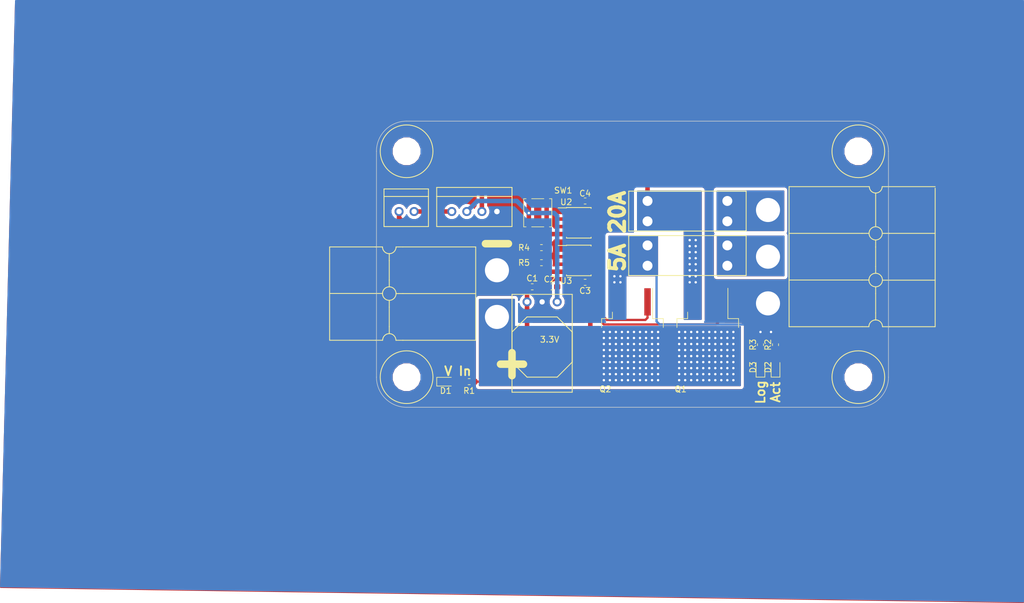
<source format=kicad_pcb>
(kicad_pcb (version 20171130) (host pcbnew "(5.0.2)-1")

  (general
    (thickness 1.6)
    (drawings 24)
    (tracks 286)
    (zones 0)
    (modules 28)
    (nets 20)
  )

  (page A4)
  (layers
    (0 F.Cu signal)
    (31 B.Cu signal)
    (32 B.Adhes user)
    (33 F.Adhes user)
    (34 B.Paste user)
    (35 F.Paste user)
    (36 B.SilkS user)
    (37 F.SilkS user)
    (38 B.Mask user)
    (39 F.Mask user)
    (40 Dwgs.User user)
    (41 Cmts.User user)
    (42 Eco1.User user)
    (43 Eco2.User user)
    (44 Edge.Cuts user)
    (45 Margin user)
    (46 B.CrtYd user)
    (47 F.CrtYd user)
    (48 B.Fab user hide)
    (49 F.Fab user)
  )

  (setup
    (last_trace_width 0.762)
    (user_trace_width 0.254)
    (user_trace_width 0.381)
    (user_trace_width 0.762)
    (user_trace_width 1.651)
    (user_trace_width 2.286)
    (user_trace_width 2.54)
    (user_trace_width 3.81)
    (user_trace_width 5.08)
    (trace_clearance 0.2)
    (zone_clearance 0.508)
    (zone_45_only no)
    (trace_min 0.2)
    (segment_width 0.2)
    (edge_width 0.1)
    (via_size 0.8)
    (via_drill 0.4)
    (via_min_size 0.4)
    (via_min_drill 0.3)
    (uvia_size 0.3)
    (uvia_drill 0.1)
    (uvias_allowed no)
    (uvia_min_size 0.2)
    (uvia_min_drill 0.1)
    (pcb_text_width 0.3)
    (pcb_text_size 1.5 1.5)
    (mod_edge_width 0.15)
    (mod_text_size 1 1)
    (mod_text_width 0.15)
    (pad_size 1 1)
    (pad_drill 0)
    (pad_to_mask_clearance 0)
    (solder_mask_min_width 0.25)
    (aux_axis_origin 0 0)
    (visible_elements 7FFFFFFF)
    (pcbplotparams
      (layerselection 0x010fc_ffffffff)
      (usegerberextensions false)
      (usegerberattributes false)
      (usegerberadvancedattributes false)
      (creategerberjobfile false)
      (excludeedgelayer true)
      (linewidth 0.100000)
      (plotframeref false)
      (viasonmask false)
      (mode 1)
      (useauxorigin false)
      (hpglpennumber 1)
      (hpglpenspeed 20)
      (hpglpendiameter 15.000000)
      (psnegative false)
      (psa4output false)
      (plotreference true)
      (plotvalue true)
      (plotinvisibletext false)
      (padsonsilk false)
      (subtractmaskfromsilk false)
      (outputformat 1)
      (mirror false)
      (drillshape 0)
      (scaleselection 1)
      (outputdirectory "Gerbs/"))
  )

  (net 0 "")
  (net 1 GND)
  (net 2 +3V3)
  (net 3 E-Stop_Gate)
  (net 4 V_In)
  (net 5 "Net-(Conn2-Pad3)")
  (net 6 "Net-(Conn2-Pad2)")
  (net 7 "Net-(D1-Pad2)")
  (net 8 "Net-(D2-Pad2)")
  (net 9 "Net-(D3-Pad2)")
  (net 10 V_Out_Act)
  (net 11 V_Out_Log)
  (net 12 V_Log_Gate)
  (net 13 "Net-(R4-Pad1)")
  (net 14 "Net-(R5-Pad1)")
  (net 15 "Net-(U4-Pad2)")
  (net 16 "Net-(U2-Pad3)")
  (net 17 "Net-(U2-Pad2)")
  (net 18 "Net-(U3-Pad2)")
  (net 19 "Net-(U3-Pad3)")

  (net_class Default "This is the default net class."
    (clearance 0.2)
    (trace_width 0.381)
    (via_dia 0.8)
    (via_drill 0.4)
    (uvia_dia 0.3)
    (uvia_drill 0.1)
    (add_net +3V3)
    (add_net E-Stop_Gate)
    (add_net GND)
    (add_net "Net-(Conn2-Pad2)")
    (add_net "Net-(Conn2-Pad3)")
    (add_net "Net-(D1-Pad2)")
    (add_net "Net-(D2-Pad2)")
    (add_net "Net-(D3-Pad2)")
    (add_net "Net-(R4-Pad1)")
    (add_net "Net-(R5-Pad1)")
    (add_net "Net-(U2-Pad2)")
    (add_net "Net-(U2-Pad3)")
    (add_net "Net-(U3-Pad2)")
    (add_net "Net-(U3-Pad3)")
    (add_net "Net-(U4-Pad2)")
    (add_net V_In)
    (add_net V_Log_Gate)
    (add_net V_Out_Act)
    (add_net V_Out_Log)
  )

  (module Resistor_SMD:R_0603_1608Metric_Pad1.05x0.95mm_HandSolder (layer F.Cu) (tedit 5B301BBD) (tstamp 5DE6F0FF)
    (at 164.987 110.236 180)
    (descr "Resistor SMD 0603 (1608 Metric), square (rectangular) end terminal, IPC_7351 nominal with elongated pad for handsoldering. (Body size source: http://www.tortai-tech.com/upload/download/2011102023233369053.pdf), generated with kicad-footprint-generator")
    (tags "resistor handsolder")
    (path /5AD50271)
    (attr smd)
    (fp_text reference R5 (at 2.935 0 180) (layer F.SilkS)
      (effects (font (size 1 1) (thickness 0.15)))
    )
    (fp_text value 10k (at 0 1.43 180) (layer F.Fab)
      (effects (font (size 1 1) (thickness 0.15)))
    )
    (fp_text user %R (at 0 0 180) (layer F.Fab)
      (effects (font (size 0.4 0.4) (thickness 0.06)))
    )
    (fp_line (start 1.65 0.73) (end -1.65 0.73) (layer F.CrtYd) (width 0.05))
    (fp_line (start 1.65 -0.73) (end 1.65 0.73) (layer F.CrtYd) (width 0.05))
    (fp_line (start -1.65 -0.73) (end 1.65 -0.73) (layer F.CrtYd) (width 0.05))
    (fp_line (start -1.65 0.73) (end -1.65 -0.73) (layer F.CrtYd) (width 0.05))
    (fp_line (start -0.171267 0.51) (end 0.171267 0.51) (layer F.SilkS) (width 0.12))
    (fp_line (start -0.171267 -0.51) (end 0.171267 -0.51) (layer F.SilkS) (width 0.12))
    (fp_line (start 0.8 0.4) (end -0.8 0.4) (layer F.Fab) (width 0.1))
    (fp_line (start 0.8 -0.4) (end 0.8 0.4) (layer F.Fab) (width 0.1))
    (fp_line (start -0.8 -0.4) (end 0.8 -0.4) (layer F.Fab) (width 0.1))
    (fp_line (start -0.8 0.4) (end -0.8 -0.4) (layer F.Fab) (width 0.1))
    (pad 2 smd roundrect (at 0.875 0 180) (size 1.05 0.95) (layers F.Cu F.Paste F.Mask) (roundrect_rratio 0.25)
      (net 1 GND))
    (pad 1 smd roundrect (at -0.875 0 180) (size 1.05 0.95) (layers F.Cu F.Paste F.Mask) (roundrect_rratio 0.25)
      (net 14 "Net-(R5-Pad1)"))
    (model ${KISYS3DMOD}/Resistor_SMD.3dshapes/R_0603_1608Metric.wrl
      (at (xyz 0 0 0))
      (scale (xyz 1 1 1))
      (rotate (xyz 0 0 0))
    )
  )

  (module MRDT_Drill_Holes:6_32_Hole_Corner (layer F.Cu) (tedit 5C3FE222) (tstamp 5DE6EACD)
    (at 213.995 95.885)
    (fp_text reference REF** (at 4.445 -3.945) (layer F.SilkS) hide
      (effects (font (size 1 1) (thickness 0.15)))
    )
    (fp_text value 6_32_Hole (at 4.445 -4.945) (layer F.Fab)
      (effects (font (size 1 1) (thickness 0.15)))
    )
    (fp_circle (center 4.445 -4.445) (end 8.89 -4.445) (layer F.SilkS) (width 0.15))
    (fp_line (start 4.445 0) (end 0 0) (layer F.Fab) (width 0.15))
    (fp_line (start 0 0) (end 0 -4.445) (layer F.Fab) (width 0.15))
    (fp_line (start 0 -4.445) (end 0 -8.89) (layer F.Fab) (width 0.15))
    (fp_line (start 0 -8.89) (end 4.445 -8.89) (layer F.Fab) (width 0.15))
    (fp_line (start 4.445 0) (end 8.89 0) (layer F.Fab) (width 0.15))
    (fp_line (start 8.89 0) (end 8.89 -4.445) (layer F.Fab) (width 0.15))
    (pad "" np_thru_hole circle (at 4.445 -4.445) (size 3.683 3.683) (drill 3.683) (layers *.Cu *.Mask))
  )

  (module MRDT_Drill_Holes:6_32_Hole_Corner (layer F.Cu) (tedit 5C3FE222) (tstamp 5DE6F8B0)
    (at 146.685 95.885 90)
    (fp_text reference REF** (at 4.445 -3.945 90) (layer F.SilkS) hide
      (effects (font (size 1 1) (thickness 0.15)))
    )
    (fp_text value 6_32_Hole (at 4.445 -4.945 90) (layer F.Fab)
      (effects (font (size 1 1) (thickness 0.15)))
    )
    (fp_line (start 8.89 0) (end 8.89 -4.445) (layer F.Fab) (width 0.15))
    (fp_line (start 4.445 0) (end 8.89 0) (layer F.Fab) (width 0.15))
    (fp_line (start 0 -8.89) (end 4.445 -8.89) (layer F.Fab) (width 0.15))
    (fp_line (start 0 -4.445) (end 0 -8.89) (layer F.Fab) (width 0.15))
    (fp_line (start 0 0) (end 0 -4.445) (layer F.Fab) (width 0.15))
    (fp_line (start 4.445 0) (end 0 0) (layer F.Fab) (width 0.15))
    (fp_circle (center 4.445 -4.445) (end 8.89 -4.445) (layer F.SilkS) (width 0.15))
    (pad "" np_thru_hole circle (at 4.445 -4.445 90) (size 3.683 3.683) (drill 3.683) (layers *.Cu *.Mask))
  )

  (module MRDT_Drill_Holes:6_32_Hole_Corner (layer F.Cu) (tedit 5C3FE222) (tstamp 5DE6EA3C)
    (at 146.685 125.095 180)
    (fp_text reference REF** (at 4.445 -3.945 180) (layer F.SilkS) hide
      (effects (font (size 1 1) (thickness 0.15)))
    )
    (fp_text value 6_32_Hole (at 4.445 -4.945 180) (layer F.Fab)
      (effects (font (size 1 1) (thickness 0.15)))
    )
    (fp_circle (center 4.445 -4.445) (end 8.89 -4.445) (layer F.SilkS) (width 0.15))
    (fp_line (start 4.445 0) (end 0 0) (layer F.Fab) (width 0.15))
    (fp_line (start 0 0) (end 0 -4.445) (layer F.Fab) (width 0.15))
    (fp_line (start 0 -4.445) (end 0 -8.89) (layer F.Fab) (width 0.15))
    (fp_line (start 0 -8.89) (end 4.445 -8.89) (layer F.Fab) (width 0.15))
    (fp_line (start 4.445 0) (end 8.89 0) (layer F.Fab) (width 0.15))
    (fp_line (start 8.89 0) (end 8.89 -4.445) (layer F.Fab) (width 0.15))
    (pad "" np_thru_hole circle (at 4.445 -4.445 180) (size 3.683 3.683) (drill 3.683) (layers *.Cu *.Mask))
  )

  (module Capacitor_SMD:C_0603_1608Metric_Pad1.05x0.95mm_HandSolder (layer F.Cu) (tedit 5B301BBE) (tstamp 5DBE38C7)
    (at 163.435 114.3)
    (descr "Capacitor SMD 0603 (1608 Metric), square (rectangular) end terminal, IPC_7351 nominal with elongated pad for handsoldering. (Body size source: http://www.tortai-tech.com/upload/download/2011102023233369053.pdf), generated with kicad-footprint-generator")
    (tags "capacitor handsolder")
    (path /5DAE7BF4)
    (attr smd)
    (fp_text reference C1 (at 0 -1.43) (layer F.SilkS)
      (effects (font (size 1 1) (thickness 0.15)))
    )
    (fp_text value 10u (at 0 1.43) (layer F.Fab)
      (effects (font (size 1 1) (thickness 0.15)))
    )
    (fp_line (start -0.8 0.4) (end -0.8 -0.4) (layer F.Fab) (width 0.1))
    (fp_line (start -0.8 -0.4) (end 0.8 -0.4) (layer F.Fab) (width 0.1))
    (fp_line (start 0.8 -0.4) (end 0.8 0.4) (layer F.Fab) (width 0.1))
    (fp_line (start 0.8 0.4) (end -0.8 0.4) (layer F.Fab) (width 0.1))
    (fp_line (start -0.171267 -0.51) (end 0.171267 -0.51) (layer F.SilkS) (width 0.12))
    (fp_line (start -0.171267 0.51) (end 0.171267 0.51) (layer F.SilkS) (width 0.12))
    (fp_line (start -1.65 0.73) (end -1.65 -0.73) (layer F.CrtYd) (width 0.05))
    (fp_line (start -1.65 -0.73) (end 1.65 -0.73) (layer F.CrtYd) (width 0.05))
    (fp_line (start 1.65 -0.73) (end 1.65 0.73) (layer F.CrtYd) (width 0.05))
    (fp_line (start 1.65 0.73) (end -1.65 0.73) (layer F.CrtYd) (width 0.05))
    (fp_text user %R (at 0 0) (layer F.Fab)
      (effects (font (size 0.4 0.4) (thickness 0.06)))
    )
    (pad 1 smd roundrect (at -0.875 0) (size 1.05 0.95) (layers F.Cu F.Paste F.Mask) (roundrect_rratio 0.25)
      (net 4 V_In))
    (pad 2 smd roundrect (at 0.875 0) (size 1.05 0.95) (layers F.Cu F.Paste F.Mask) (roundrect_rratio 0.25)
      (net 1 GND))
    (model ${KISYS3DMOD}/Capacitor_SMD.3dshapes/C_0603_1608Metric.wrl
      (at (xyz 0 0 0))
      (scale (xyz 1 1 1))
      (rotate (xyz 0 0 0))
    )
  )

  (module Capacitor_SMD:C_0603_1608Metric_Pad1.05x0.95mm_HandSolder (layer F.Cu) (tedit 5B301BBE) (tstamp 5DBE3927)
    (at 166.765 114.3 180)
    (descr "Capacitor SMD 0603 (1608 Metric), square (rectangular) end terminal, IPC_7351 nominal with elongated pad for handsoldering. (Body size source: http://www.tortai-tech.com/upload/download/2011102023233369053.pdf), generated with kicad-footprint-generator")
    (tags "capacitor handsolder")
    (path /5DAE7B34)
    (attr smd)
    (fp_text reference C2 (at 0.395 1.27 180) (layer F.SilkS)
      (effects (font (size 1 1) (thickness 0.15)))
    )
    (fp_text value 10u (at 0 1.43 180) (layer F.Fab)
      (effects (font (size 1 1) (thickness 0.15)))
    )
    (fp_text user %R (at 0 0 180) (layer F.Fab)
      (effects (font (size 0.4 0.4) (thickness 0.06)))
    )
    (fp_line (start 1.65 0.73) (end -1.65 0.73) (layer F.CrtYd) (width 0.05))
    (fp_line (start 1.65 -0.73) (end 1.65 0.73) (layer F.CrtYd) (width 0.05))
    (fp_line (start -1.65 -0.73) (end 1.65 -0.73) (layer F.CrtYd) (width 0.05))
    (fp_line (start -1.65 0.73) (end -1.65 -0.73) (layer F.CrtYd) (width 0.05))
    (fp_line (start -0.171267 0.51) (end 0.171267 0.51) (layer F.SilkS) (width 0.12))
    (fp_line (start -0.171267 -0.51) (end 0.171267 -0.51) (layer F.SilkS) (width 0.12))
    (fp_line (start 0.8 0.4) (end -0.8 0.4) (layer F.Fab) (width 0.1))
    (fp_line (start 0.8 -0.4) (end 0.8 0.4) (layer F.Fab) (width 0.1))
    (fp_line (start -0.8 -0.4) (end 0.8 -0.4) (layer F.Fab) (width 0.1))
    (fp_line (start -0.8 0.4) (end -0.8 -0.4) (layer F.Fab) (width 0.1))
    (pad 2 smd roundrect (at 0.875 0 180) (size 1.05 0.95) (layers F.Cu F.Paste F.Mask) (roundrect_rratio 0.25)
      (net 1 GND))
    (pad 1 smd roundrect (at -0.875 0 180) (size 1.05 0.95) (layers F.Cu F.Paste F.Mask) (roundrect_rratio 0.25)
      (net 2 +3V3))
    (model ${KISYS3DMOD}/Capacitor_SMD.3dshapes/C_0603_1608Metric.wrl
      (at (xyz 0 0 0))
      (scale (xyz 1 1 1))
      (rotate (xyz 0 0 0))
    )
  )

  (module Capacitor_SMD:C_0603_1608Metric_Pad1.05x0.95mm_HandSolder (layer F.Cu) (tedit 5B301BBE) (tstamp 5DBE5B38)
    (at 172.353 113.538 180)
    (descr "Capacitor SMD 0603 (1608 Metric), square (rectangular) end terminal, IPC_7351 nominal with elongated pad for handsoldering. (Body size source: http://www.tortai-tech.com/upload/download/2011102023233369053.pdf), generated with kicad-footprint-generator")
    (tags "capacitor handsolder")
    (path /5DBB583E)
    (attr smd)
    (fp_text reference C3 (at 0 -1.43 180) (layer F.SilkS)
      (effects (font (size 1 1) (thickness 0.15)))
    )
    (fp_text value 10u (at 0 1.43 180) (layer F.Fab)
      (effects (font (size 1 1) (thickness 0.15)))
    )
    (fp_text user %R (at 0 0 180) (layer F.Fab)
      (effects (font (size 0.4 0.4) (thickness 0.06)))
    )
    (fp_line (start 1.65 0.73) (end -1.65 0.73) (layer F.CrtYd) (width 0.05))
    (fp_line (start 1.65 -0.73) (end 1.65 0.73) (layer F.CrtYd) (width 0.05))
    (fp_line (start -1.65 -0.73) (end 1.65 -0.73) (layer F.CrtYd) (width 0.05))
    (fp_line (start -1.65 0.73) (end -1.65 -0.73) (layer F.CrtYd) (width 0.05))
    (fp_line (start -0.171267 0.51) (end 0.171267 0.51) (layer F.SilkS) (width 0.12))
    (fp_line (start -0.171267 -0.51) (end 0.171267 -0.51) (layer F.SilkS) (width 0.12))
    (fp_line (start 0.8 0.4) (end -0.8 0.4) (layer F.Fab) (width 0.1))
    (fp_line (start 0.8 -0.4) (end 0.8 0.4) (layer F.Fab) (width 0.1))
    (fp_line (start -0.8 -0.4) (end 0.8 -0.4) (layer F.Fab) (width 0.1))
    (fp_line (start -0.8 0.4) (end -0.8 -0.4) (layer F.Fab) (width 0.1))
    (pad 2 smd roundrect (at 0.875 0 180) (size 1.05 0.95) (layers F.Cu F.Paste F.Mask) (roundrect_rratio 0.25)
      (net 1 GND))
    (pad 1 smd roundrect (at -0.875 0 180) (size 1.05 0.95) (layers F.Cu F.Paste F.Mask) (roundrect_rratio 0.25)
      (net 4 V_In))
    (model ${KISYS3DMOD}/Capacitor_SMD.3dshapes/C_0603_1608Metric.wrl
      (at (xyz 0 0 0))
      (scale (xyz 1 1 1))
      (rotate (xyz 0 0 0))
    )
  )

  (module Capacitor_SMD:C_0603_1608Metric_Pad1.05x0.95mm_HandSolder (layer F.Cu) (tedit 5B301BBE) (tstamp 5DBE5B68)
    (at 172.353 99.822 180)
    (descr "Capacitor SMD 0603 (1608 Metric), square (rectangular) end terminal, IPC_7351 nominal with elongated pad for handsoldering. (Body size source: http://www.tortai-tech.com/upload/download/2011102023233369053.pdf), generated with kicad-footprint-generator")
    (tags "capacitor handsolder")
    (path /5AD4A94A)
    (attr smd)
    (fp_text reference C4 (at 0 1.27 180) (layer F.SilkS)
      (effects (font (size 1 1) (thickness 0.15)))
    )
    (fp_text value 10u (at 0 1.43 180) (layer F.Fab)
      (effects (font (size 1 1) (thickness 0.15)))
    )
    (fp_line (start -0.8 0.4) (end -0.8 -0.4) (layer F.Fab) (width 0.1))
    (fp_line (start -0.8 -0.4) (end 0.8 -0.4) (layer F.Fab) (width 0.1))
    (fp_line (start 0.8 -0.4) (end 0.8 0.4) (layer F.Fab) (width 0.1))
    (fp_line (start 0.8 0.4) (end -0.8 0.4) (layer F.Fab) (width 0.1))
    (fp_line (start -0.171267 -0.51) (end 0.171267 -0.51) (layer F.SilkS) (width 0.12))
    (fp_line (start -0.171267 0.51) (end 0.171267 0.51) (layer F.SilkS) (width 0.12))
    (fp_line (start -1.65 0.73) (end -1.65 -0.73) (layer F.CrtYd) (width 0.05))
    (fp_line (start -1.65 -0.73) (end 1.65 -0.73) (layer F.CrtYd) (width 0.05))
    (fp_line (start 1.65 -0.73) (end 1.65 0.73) (layer F.CrtYd) (width 0.05))
    (fp_line (start 1.65 0.73) (end -1.65 0.73) (layer F.CrtYd) (width 0.05))
    (fp_text user %R (at 0 0 180) (layer F.Fab)
      (effects (font (size 0.4 0.4) (thickness 0.06)))
    )
    (pad 1 smd roundrect (at -0.875 0 180) (size 1.05 0.95) (layers F.Cu F.Paste F.Mask) (roundrect_rratio 0.25)
      (net 4 V_In))
    (pad 2 smd roundrect (at 0.875 0 180) (size 1.05 0.95) (layers F.Cu F.Paste F.Mask) (roundrect_rratio 0.25)
      (net 1 GND))
    (model ${KISYS3DMOD}/Capacitor_SMD.3dshapes/C_0603_1608Metric.wrl
      (at (xyz 0 0 0))
      (scale (xyz 1 1 1))
      (rotate (xyz 0 0 0))
    )
  )

  (module MRDT_Connectors:Anderson_2_Horizontal_Side_by_Side (layer F.Cu) (tedit 5C22EDE8) (tstamp 5DD7243A)
    (at 153.8986 123.317)
    (path /5DADD112)
    (fp_text reference Conn1 (at -1.8796 0.762) (layer F.SilkS) hide
      (effects (font (size 1 1) (thickness 0.15)))
    )
    (fp_text value AndersonPP (at -12.8651 -16.764) (layer F.Fab)
      (effects (font (size 1 1) (thickness 0.15)))
    )
    (fp_arc (start -14.5796 0) (end -14.5796 -1.1176) (angle 90) (layer F.SilkS) (width 0.15))
    (fp_arc (start -14.5796 0) (end -15.6972 0) (angle 90) (layer F.SilkS) (width 0.15))
    (fp_line (start -24.638 -15.748) (end -24.638 0) (layer F.SilkS) (width 0.15))
    (fp_line (start 0 -15.748) (end 0 0) (layer F.SilkS) (width 0.15))
    (fp_line (start -15.7226 -15.748) (end -16.9418 -15.748) (layer F.SilkS) (width 0.15))
    (fp_arc (start -14.5796 -15.748) (end -13.4366 -15.748) (angle 90) (layer F.SilkS) (width 0.15))
    (fp_arc (start -14.5796 -15.748) (end -14.5796 -14.605) (angle 90) (layer F.SilkS) (width 0.15))
    (fp_line (start -12.2682 0) (end -13.462 0) (layer F.SilkS) (width 0.15))
    (fp_line (start -14.5796 -2.3114) (end -14.5796 -1.143) (layer F.SilkS) (width 0.15))
    (fp_line (start -16.891 0) (end -15.7226 0) (layer F.SilkS) (width 0.15))
    (fp_line (start -12.319 -15.748) (end -13.4112 -15.748) (layer F.SilkS) (width 0.15))
    (fp_line (start -14.5796 -14.605) (end -14.5796 -13.4366) (layer F.SilkS) (width 0.15))
    (fp_line (start -14.5796 -5.588) (end -14.5796 -6.731) (layer F.SilkS) (width 0.15))
    (fp_line (start -24.6126 -7.8994) (end -15.7226 -7.8994) (layer F.SilkS) (width 0.15))
    (fp_line (start -14.5796 -10.16) (end -14.5796 -9.017) (layer F.SilkS) (width 0.15))
    (fp_line (start -12.2936 -7.874) (end -13.4366 -7.874) (layer F.SilkS) (width 0.15))
    (fp_line (start -14.5796 -5.588) (end -14.5796 -2.286) (layer F.SilkS) (width 0.15))
    (fp_line (start -12.2936 -7.874) (end 0 -7.874) (layer F.SilkS) (width 0.15))
    (fp_line (start -14.5796 -10.16) (end -14.5796 -13.4366) (layer F.SilkS) (width 0.15))
    (fp_circle (center -14.5796 -7.874) (end -14.5796 -6.731) (layer F.SilkS) (width 0.15))
    (fp_line (start -12.2936 0) (end 0 0) (layer F.SilkS) (width 0.15))
    (fp_line (start -16.8656 0) (end -24.6126 0) (layer F.SilkS) (width 0.15))
    (fp_line (start -24.6126 -15.748) (end -16.8656 -15.748) (layer F.SilkS) (width 0.15))
    (fp_line (start -12.2936 -15.748) (end 0 -15.748) (layer F.SilkS) (width 0.15))
    (pad 2 thru_hole circle (at 3.5814 -3.937) (size 5.08 5.08) (drill 4.06) (layers *.Cu *.Mask F.Paste)
      (net 4 V_In))
    (pad 1 thru_hole circle (at 3.5814 -11.811) (size 5.08 5.08) (drill 4.06) (layers *.Cu *.Mask F.Paste)
      (net 1 GND))
    (model "${MRDT_KICAD_LIBRARIES}/3D Files/MRDT_Connctors/Anderson_2_Horizontal_Side_by_Side.stp"
      (offset (xyz 0 0 7.619999885559082))
      (scale (xyz 1 1 1))
      (rotate (xyz 180 0 180))
    )
  )

  (module MRDT_Connectors:Anderson_3_Horizontal_Side_by_Side (layer F.Cu) (tedit 5C22EE3C) (tstamp 5DE6E480)
    (at 206.756 97.409 180)
    (path /5DADE390)
    (fp_text reference Conn2 (at -2.032 0.762 180) (layer F.SilkS) hide
      (effects (font (size 1 1) (thickness 0.15)))
    )
    (fp_text value AndersonPP (at -12.8905 -24.638 180) (layer F.Fab)
      (effects (font (size 1 1) (thickness 0.15)))
    )
    (fp_line (start -14.605 -6.7056) (end -14.605 -1.143) (layer F.SilkS) (width 0.15))
    (fp_arc (start -14.605 0) (end -14.605 -1.0668) (angle 90) (layer F.SilkS) (width 0.15))
    (fp_arc (start -14.6304 0) (end -15.6972 0) (angle 90) (layer F.SilkS) (width 0.15))
    (fp_circle (center -14.605 -7.874) (end -13.4874 -7.874) (layer F.SilkS) (width 0.15))
    (fp_line (start -15.748 0) (end -24.638 0) (layer F.SilkS) (width 0.15))
    (fp_line (start -13.4874 0) (end -0.004 0) (layer F.SilkS) (width 0.15))
    (fp_line (start -15.748 -23.622) (end -16.9672 -23.622) (layer F.SilkS) (width 0.15))
    (fp_arc (start -14.605 -23.622) (end -13.462 -23.622) (angle 90) (layer F.SilkS) (width 0.15))
    (fp_arc (start -14.605 -23.622) (end -14.605 -22.479) (angle 90) (layer F.SilkS) (width 0.15))
    (fp_line (start -12.2936 -7.874) (end -13.4874 -7.874) (layer F.SilkS) (width 0.15))
    (fp_line (start -14.605 -10.1854) (end -14.605 -9.017) (layer F.SilkS) (width 0.15))
    (fp_line (start -16.9164 -7.874) (end -15.748 -7.874) (layer F.SilkS) (width 0.15))
    (fp_line (start -12.3444 -23.622) (end -13.4366 -23.622) (layer F.SilkS) (width 0.15))
    (fp_line (start -14.605 -22.479) (end -14.605 -21.3106) (layer F.SilkS) (width 0.15))
    (fp_line (start -14.605 -13.462) (end -14.605 -14.605) (layer F.SilkS) (width 0.15))
    (fp_line (start -24.638 -15.7734) (end -15.748 -15.7734) (layer F.SilkS) (width 0.15))
    (fp_line (start -14.605 -18.034) (end -14.605 -16.891) (layer F.SilkS) (width 0.15))
    (fp_line (start -12.319 -15.748) (end -13.462 -15.748) (layer F.SilkS) (width 0.15))
    (fp_line (start -14.605 -13.462) (end -14.605 -10.16) (layer F.SilkS) (width 0.15))
    (fp_line (start -12.319 -15.748) (end 0 -15.748) (layer F.SilkS) (width 0.15))
    (fp_line (start -14.605 -18.034) (end -14.605 -21.3106) (layer F.SilkS) (width 0.15))
    (fp_circle (center -14.605 -15.748) (end -14.605 -14.605) (layer F.SilkS) (width 0.15))
    (fp_line (start -12.319 -7.874) (end 0 -7.874) (layer F.SilkS) (width 0.15))
    (fp_line (start -16.891 -7.874) (end -24.638 -7.874) (layer F.SilkS) (width 0.15))
    (fp_line (start -24.638 -23.622) (end -16.891 -23.622) (layer F.SilkS) (width 0.15))
    (fp_line (start -12.319 -23.622) (end 0 -23.622) (layer F.SilkS) (width 0.15))
    (fp_line (start -24.642 -0.252) (end -24.642 -23.624) (layer F.SilkS) (width 0.15))
    (fp_line (start -0.004 0) (end -0.004 -23.624) (layer F.SilkS) (width 0.15))
    (pad 3 thru_hole circle (at 3.556 -3.937 180) (size 5.08 5.08) (drill 4.06) (layers *.Cu *.Mask F.Paste)
      (net 5 "Net-(Conn2-Pad3)"))
    (pad 2 thru_hole circle (at 3.556 -11.811 180) (size 5.08 5.08) (drill 4.06) (layers *.Cu *.Mask F.Paste)
      (net 6 "Net-(Conn2-Pad2)"))
    (pad 1 thru_hole circle (at 3.556 -19.685 180) (size 5.08 5.08) (drill 4.06) (layers *.Cu *.Mask F.Paste)
      (net 1 GND))
    (model "${MRDT_KICAD_LIBRARIES}/3D Files/MRDT_Connctors/Anderson_3_Horizontal_Side_by_Side.stp"
      (offset (xyz 0 0 7.619999885559082))
      (scale (xyz 1 1 1))
      (rotate (xyz 180 0 180))
    )
  )

  (module Diode_SMD:D_0603_1608Metric_Pad1.05x0.95mm_HandSolder (layer F.Cu) (tedit 5B4B45C8) (tstamp 5DBE3893)
    (at 148.985 130.302)
    (descr "Diode SMD 0603 (1608 Metric), square (rectangular) end terminal, IPC_7351 nominal, (Body size source: http://www.tortai-tech.com/upload/download/2011102023233369053.pdf), generated with kicad-footprint-generator")
    (tags "diode handsolder")
    (path /5DB9B7E1)
    (attr smd)
    (fp_text reference D1 (at -0.141 1.524) (layer F.SilkS)
      (effects (font (size 1 1) (thickness 0.15)))
    )
    (fp_text value Green (at 0 1.43) (layer F.Fab)
      (effects (font (size 1 1) (thickness 0.15)))
    )
    (fp_line (start 0.8 -0.4) (end -0.5 -0.4) (layer F.Fab) (width 0.1))
    (fp_line (start -0.5 -0.4) (end -0.8 -0.1) (layer F.Fab) (width 0.1))
    (fp_line (start -0.8 -0.1) (end -0.8 0.4) (layer F.Fab) (width 0.1))
    (fp_line (start -0.8 0.4) (end 0.8 0.4) (layer F.Fab) (width 0.1))
    (fp_line (start 0.8 0.4) (end 0.8 -0.4) (layer F.Fab) (width 0.1))
    (fp_line (start 0.8 -0.735) (end -1.66 -0.735) (layer F.SilkS) (width 0.12))
    (fp_line (start -1.66 -0.735) (end -1.66 0.735) (layer F.SilkS) (width 0.12))
    (fp_line (start -1.66 0.735) (end 0.8 0.735) (layer F.SilkS) (width 0.12))
    (fp_line (start -1.65 0.73) (end -1.65 -0.73) (layer F.CrtYd) (width 0.05))
    (fp_line (start -1.65 -0.73) (end 1.65 -0.73) (layer F.CrtYd) (width 0.05))
    (fp_line (start 1.65 -0.73) (end 1.65 0.73) (layer F.CrtYd) (width 0.05))
    (fp_line (start 1.65 0.73) (end -1.65 0.73) (layer F.CrtYd) (width 0.05))
    (fp_text user %R (at 0 0) (layer F.Fab)
      (effects (font (size 0.4 0.4) (thickness 0.06)))
    )
    (pad 1 smd roundrect (at -0.875 0) (size 1.05 0.95) (layers F.Cu F.Paste F.Mask) (roundrect_rratio 0.25)
      (net 1 GND))
    (pad 2 smd roundrect (at 0.875 0) (size 1.05 0.95) (layers F.Cu F.Paste F.Mask) (roundrect_rratio 0.25)
      (net 7 "Net-(D1-Pad2)"))
    (model ${KISYS3DMOD}/Diode_SMD.3dshapes/D_0603_1608Metric.wrl
      (at (xyz 0 0 0))
      (scale (xyz 1 1 1))
      (rotate (xyz 0 0 0))
    )
  )

  (module Diode_SMD:D_0603_1608Metric_Pad1.05x0.95mm_HandSolder (layer F.Cu) (tedit 5B4B45C8) (tstamp 5DD72483)
    (at 204.47 127.875 90)
    (descr "Diode SMD 0603 (1608 Metric), square (rectangular) end terminal, IPC_7351 nominal, (Body size source: http://www.tortai-tech.com/upload/download/2011102023233369053.pdf), generated with kicad-footprint-generator")
    (tags "diode handsolder")
    (path /5DBA4F71)
    (attr smd)
    (fp_text reference D2 (at 0 -1.27 90) (layer F.SilkS)
      (effects (font (size 1 1) (thickness 0.15)))
    )
    (fp_text value Green (at 0 1.43 90) (layer F.Fab)
      (effects (font (size 1 1) (thickness 0.15)))
    )
    (fp_line (start 0.8 -0.4) (end -0.5 -0.4) (layer F.Fab) (width 0.1))
    (fp_line (start -0.5 -0.4) (end -0.8 -0.1) (layer F.Fab) (width 0.1))
    (fp_line (start -0.8 -0.1) (end -0.8 0.4) (layer F.Fab) (width 0.1))
    (fp_line (start -0.8 0.4) (end 0.8 0.4) (layer F.Fab) (width 0.1))
    (fp_line (start 0.8 0.4) (end 0.8 -0.4) (layer F.Fab) (width 0.1))
    (fp_line (start 0.8 -0.735) (end -1.66 -0.735) (layer F.SilkS) (width 0.12))
    (fp_line (start -1.66 -0.735) (end -1.66 0.735) (layer F.SilkS) (width 0.12))
    (fp_line (start -1.66 0.735) (end 0.8 0.735) (layer F.SilkS) (width 0.12))
    (fp_line (start -1.65 0.73) (end -1.65 -0.73) (layer F.CrtYd) (width 0.05))
    (fp_line (start -1.65 -0.73) (end 1.65 -0.73) (layer F.CrtYd) (width 0.05))
    (fp_line (start 1.65 -0.73) (end 1.65 0.73) (layer F.CrtYd) (width 0.05))
    (fp_line (start 1.65 0.73) (end -1.65 0.73) (layer F.CrtYd) (width 0.05))
    (fp_text user %R (at 0 0 90) (layer F.Fab)
      (effects (font (size 0.4 0.4) (thickness 0.06)))
    )
    (pad 1 smd roundrect (at -0.875 0 90) (size 1.05 0.95) (layers F.Cu F.Paste F.Mask) (roundrect_rratio 0.25)
      (net 1 GND))
    (pad 2 smd roundrect (at 0.875 0 90) (size 1.05 0.95) (layers F.Cu F.Paste F.Mask) (roundrect_rratio 0.25)
      (net 8 "Net-(D2-Pad2)"))
    (model ${KISYS3DMOD}/Diode_SMD.3dshapes/D_0603_1608Metric.wrl
      (at (xyz 0 0 0))
      (scale (xyz 1 1 1))
      (rotate (xyz 0 0 0))
    )
  )

  (module Diode_SMD:D_0603_1608Metric_Pad1.05x0.95mm_HandSolder (layer F.Cu) (tedit 5B4B45C8) (tstamp 5DD72496)
    (at 201.93 127.875 90)
    (descr "Diode SMD 0603 (1608 Metric), square (rectangular) end terminal, IPC_7351 nominal, (Body size source: http://www.tortai-tech.com/upload/download/2011102023233369053.pdf), generated with kicad-footprint-generator")
    (tags "diode handsolder")
    (path /5DBA4F86)
    (attr smd)
    (fp_text reference D3 (at 0 -1.27 90) (layer F.SilkS)
      (effects (font (size 1 1) (thickness 0.15)))
    )
    (fp_text value Green (at 0 1.43 90) (layer F.Fab)
      (effects (font (size 1 1) (thickness 0.15)))
    )
    (fp_text user %R (at 0 0 90) (layer F.Fab)
      (effects (font (size 0.4 0.4) (thickness 0.06)))
    )
    (fp_line (start 1.65 0.73) (end -1.65 0.73) (layer F.CrtYd) (width 0.05))
    (fp_line (start 1.65 -0.73) (end 1.65 0.73) (layer F.CrtYd) (width 0.05))
    (fp_line (start -1.65 -0.73) (end 1.65 -0.73) (layer F.CrtYd) (width 0.05))
    (fp_line (start -1.65 0.73) (end -1.65 -0.73) (layer F.CrtYd) (width 0.05))
    (fp_line (start -1.66 0.735) (end 0.8 0.735) (layer F.SilkS) (width 0.12))
    (fp_line (start -1.66 -0.735) (end -1.66 0.735) (layer F.SilkS) (width 0.12))
    (fp_line (start 0.8 -0.735) (end -1.66 -0.735) (layer F.SilkS) (width 0.12))
    (fp_line (start 0.8 0.4) (end 0.8 -0.4) (layer F.Fab) (width 0.1))
    (fp_line (start -0.8 0.4) (end 0.8 0.4) (layer F.Fab) (width 0.1))
    (fp_line (start -0.8 -0.1) (end -0.8 0.4) (layer F.Fab) (width 0.1))
    (fp_line (start -0.5 -0.4) (end -0.8 -0.1) (layer F.Fab) (width 0.1))
    (fp_line (start 0.8 -0.4) (end -0.5 -0.4) (layer F.Fab) (width 0.1))
    (pad 2 smd roundrect (at 0.875 0 90) (size 1.05 0.95) (layers F.Cu F.Paste F.Mask) (roundrect_rratio 0.25)
      (net 9 "Net-(D3-Pad2)"))
    (pad 1 smd roundrect (at -0.875 0 90) (size 1.05 0.95) (layers F.Cu F.Paste F.Mask) (roundrect_rratio 0.25)
      (net 1 GND))
    (model ${KISYS3DMOD}/Diode_SMD.3dshapes/D_0603_1608Metric.wrl
      (at (xyz 0 0 0))
      (scale (xyz 1 1 1))
      (rotate (xyz 0 0 0))
    )
  )

  (module MRDT_Passives:ATC_Fuse_Block (layer F.Cu) (tedit 5DBE21DB) (tstamp 5DD724A2)
    (at 199.517 98.171 180)
    (tags "Fuse ATC")
    (path /5DB8FDB7)
    (fp_text reference F1 (at 1.905 1.27 180) (layer Dwgs.User) hide
      (effects (font (size 1 1) (thickness 0.15)))
    )
    (fp_text value 20A (at 9.906 -3.429 180) (layer F.SilkS) hide
      (effects (font (size 0.762 0.762) (thickness 0.15)))
    )
    (fp_line (start 0 0) (end 19.812 0) (layer F.SilkS) (width 0.15))
    (fp_line (start 0 0) (end 0 -6.731) (layer F.SilkS) (width 0.15))
    (fp_line (start 19.812 0) (end 19.812 -6.731) (layer F.SilkS) (width 0.15))
    (fp_line (start 0 -6.731) (end 19.812 -6.731) (layer F.SilkS) (width 0.15))
    (pad 1 thru_hole circle (at 3.175 -1.651 180) (size 2.8194 2.8194) (drill 1.6764) (layers *.Cu *.Mask)
      (net 5 "Net-(Conn2-Pad3)"))
    (pad 1 thru_hole circle (at 3.175 -5.08 180) (size 2.8194 2.8194) (drill 1.6764) (layers *.Cu *.Mask)
      (net 5 "Net-(Conn2-Pad3)"))
    (pad 2 thru_hole circle (at 16.637 -5.08 180) (size 2.8194 2.8194) (drill 1.6764) (layers *.Cu *.Mask)
      (net 10 V_Out_Act))
    (pad 2 thru_hole circle (at 16.637 -1.651 180) (size 2.8194 2.8194) (drill 1.6764) (layers *.Cu *.Mask)
      (net 10 V_Out_Act))
    (model "${MRDT_KICAD_LIBRARIES}/3D Files/MRDT_Passives/Fuze Block with Fuze.stp"
      (offset (xyz 0 6.667499899864197 0))
      (scale (xyz 1 1 1))
      (rotate (xyz 0 0 90))
    )
  )

  (module MRDT_Passives:ATC_Fuse_Block (layer F.Cu) (tedit 5DBE21D8) (tstamp 5DE6DB56)
    (at 199.517 105.664 180)
    (tags "Fuse ATC")
    (path /5DB8FEDA)
    (fp_text reference F2 (at 1.905 1.27 180) (layer Dwgs.User) hide
      (effects (font (size 1 1) (thickness 0.15)))
    )
    (fp_text value 5A (at 9.906 -3.429 180) (layer F.SilkS) hide
      (effects (font (size 0.762 0.762) (thickness 0.15)))
    )
    (fp_line (start 0 -6.731) (end 19.812 -6.731) (layer F.SilkS) (width 0.15))
    (fp_line (start 19.812 0) (end 19.812 -6.731) (layer F.SilkS) (width 0.15))
    (fp_line (start 0 0) (end 0 -6.731) (layer F.SilkS) (width 0.15))
    (fp_line (start 0 0) (end 19.812 0) (layer F.SilkS) (width 0.15))
    (pad 2 thru_hole circle (at 16.637 -1.651 180) (size 2.8194 2.8194) (drill 1.6764) (layers *.Cu *.Mask)
      (net 11 V_Out_Log))
    (pad 2 thru_hole circle (at 16.637 -5.08 180) (size 2.8194 2.8194) (drill 1.6764) (layers *.Cu *.Mask)
      (net 11 V_Out_Log))
    (pad 1 thru_hole circle (at 3.175 -5.08 180) (size 2.8194 2.8194) (drill 1.6764) (layers *.Cu *.Mask)
      (net 6 "Net-(Conn2-Pad2)"))
    (pad 1 thru_hole circle (at 3.175 -1.651 180) (size 2.8194 2.8194) (drill 1.6764) (layers *.Cu *.Mask)
      (net 6 "Net-(Conn2-Pad2)"))
    (model "${MRDT_KICAD_LIBRARIES}/3D Files/MRDT_Passives/Fuze Block with Fuze.stp"
      (offset (xyz 0 6.667499899864197 0))
      (scale (xyz 1 1 1))
      (rotate (xyz 0 0 90))
    )
  )

  (module Package_TO_SOT_SMD:TO-263-2 (layer F.Cu) (tedit 5A70FB7B) (tstamp 5DE6DB8F)
    (at 193.04 122.615 270)
    (descr "TO-263 / D2PAK / DDPAK SMD package, http://www.infineon.com/cms/en/product/packages/PG-TO263/PG-TO263-3-1/")
    (tags "D2PAK DDPAK TO-263 D2PAK-3 TO-263-3 SOT-404")
    (path /5DBE72B5)
    (attr smd)
    (fp_text reference Q1 (at 8.957 4.572) (layer F.SilkS)
      (effects (font (size 1 1) (thickness 0.15)))
    )
    (fp_text value IRFS7437TRLPBFCT (at 0 6.65 270) (layer F.Fab)
      (effects (font (size 1 1) (thickness 0.15)))
    )
    (fp_line (start 6.5 -5) (end 7.5 -5) (layer F.Fab) (width 0.1))
    (fp_line (start 7.5 -5) (end 7.5 5) (layer F.Fab) (width 0.1))
    (fp_line (start 7.5 5) (end 6.5 5) (layer F.Fab) (width 0.1))
    (fp_line (start 6.5 -5) (end 6.5 5) (layer F.Fab) (width 0.1))
    (fp_line (start 6.5 5) (end -2.75 5) (layer F.Fab) (width 0.1))
    (fp_line (start -2.75 5) (end -2.75 -4) (layer F.Fab) (width 0.1))
    (fp_line (start -2.75 -4) (end -1.75 -5) (layer F.Fab) (width 0.1))
    (fp_line (start -1.75 -5) (end 6.5 -5) (layer F.Fab) (width 0.1))
    (fp_line (start -2.75 -3.04) (end -7.45 -3.04) (layer F.Fab) (width 0.1))
    (fp_line (start -7.45 -3.04) (end -7.45 -2.04) (layer F.Fab) (width 0.1))
    (fp_line (start -7.45 -2.04) (end -2.75 -2.04) (layer F.Fab) (width 0.1))
    (fp_line (start -2.75 2.04) (end -7.45 2.04) (layer F.Fab) (width 0.1))
    (fp_line (start -7.45 2.04) (end -7.45 3.04) (layer F.Fab) (width 0.1))
    (fp_line (start -7.45 3.04) (end -2.75 3.04) (layer F.Fab) (width 0.1))
    (fp_line (start -1.45 -5.2) (end -2.95 -5.2) (layer F.SilkS) (width 0.12))
    (fp_line (start -2.95 -5.2) (end -2.95 -3.39) (layer F.SilkS) (width 0.12))
    (fp_line (start -2.95 -3.39) (end -8.075 -3.39) (layer F.SilkS) (width 0.12))
    (fp_line (start -1.45 5.2) (end -2.95 5.2) (layer F.SilkS) (width 0.12))
    (fp_line (start -2.95 5.2) (end -2.95 3.39) (layer F.SilkS) (width 0.12))
    (fp_line (start -2.95 3.39) (end -4.05 3.39) (layer F.SilkS) (width 0.12))
    (fp_line (start -8.32 -5.65) (end -8.32 5.65) (layer F.CrtYd) (width 0.05))
    (fp_line (start -8.32 5.65) (end 8.32 5.65) (layer F.CrtYd) (width 0.05))
    (fp_line (start 8.32 5.65) (end 8.32 -5.65) (layer F.CrtYd) (width 0.05))
    (fp_line (start 8.32 -5.65) (end -8.32 -5.65) (layer F.CrtYd) (width 0.05))
    (fp_text user %R (at 0 0 270) (layer F.Fab)
      (effects (font (size 1 1) (thickness 0.15)))
    )
    (pad 1 smd rect (at -5.775 -2.54 270) (size 4.6 1.1) (layers F.Cu F.Paste F.Mask)
      (net 3 E-Stop_Gate))
    (pad 3 smd rect (at -5.775 2.54 270) (size 4.6 1.1) (layers F.Cu F.Paste F.Mask)
      (net 10 V_Out_Act))
    (pad 2 smd rect (at 3.375 0 270) (size 9.4 10.8) (layers F.Cu F.Mask)
      (net 4 V_In))
    (pad "" smd rect (at 5.8 2.775 270) (size 4.55 5.25) (layers F.Paste))
    (pad "" smd rect (at 0.95 -2.775 270) (size 4.55 5.25) (layers F.Paste))
    (pad "" smd rect (at 5.8 -2.775 270) (size 4.55 5.25) (layers F.Paste))
    (pad "" smd rect (at 0.95 2.775 270) (size 4.55 5.25) (layers F.Paste))
    (model ${KISYS3DMOD}/Package_TO_SOT_SMD.3dshapes/TO-263-2.wrl
      (at (xyz 0 0 0))
      (scale (xyz 1 1 1))
      (rotate (xyz 0 0 0))
    )
  )

  (module Package_TO_SOT_SMD:TO-263-2 (layer F.Cu) (tedit 5A70FB7B) (tstamp 5DE6D9E0)
    (at 180.34 122.615 270)
    (descr "TO-263 / D2PAK / DDPAK SMD package, http://www.infineon.com/cms/en/product/packages/PG-TO263/PG-TO263-3-1/")
    (tags "D2PAK DDPAK TO-263 D2PAK-3 TO-263-3 SOT-404")
    (path /5DBDD54C)
    (attr smd)
    (fp_text reference Q2 (at 8.957 4.572) (layer F.SilkS)
      (effects (font (size 1 1) (thickness 0.15)))
    )
    (fp_text value IRFS7437TRLPBFCT (at 0 6.65 270) (layer F.Fab)
      (effects (font (size 1 1) (thickness 0.15)))
    )
    (fp_line (start 6.5 -5) (end 7.5 -5) (layer F.Fab) (width 0.1))
    (fp_line (start 7.5 -5) (end 7.5 5) (layer F.Fab) (width 0.1))
    (fp_line (start 7.5 5) (end 6.5 5) (layer F.Fab) (width 0.1))
    (fp_line (start 6.5 -5) (end 6.5 5) (layer F.Fab) (width 0.1))
    (fp_line (start 6.5 5) (end -2.75 5) (layer F.Fab) (width 0.1))
    (fp_line (start -2.75 5) (end -2.75 -4) (layer F.Fab) (width 0.1))
    (fp_line (start -2.75 -4) (end -1.75 -5) (layer F.Fab) (width 0.1))
    (fp_line (start -1.75 -5) (end 6.5 -5) (layer F.Fab) (width 0.1))
    (fp_line (start -2.75 -3.04) (end -7.45 -3.04) (layer F.Fab) (width 0.1))
    (fp_line (start -7.45 -3.04) (end -7.45 -2.04) (layer F.Fab) (width 0.1))
    (fp_line (start -7.45 -2.04) (end -2.75 -2.04) (layer F.Fab) (width 0.1))
    (fp_line (start -2.75 2.04) (end -7.45 2.04) (layer F.Fab) (width 0.1))
    (fp_line (start -7.45 2.04) (end -7.45 3.04) (layer F.Fab) (width 0.1))
    (fp_line (start -7.45 3.04) (end -2.75 3.04) (layer F.Fab) (width 0.1))
    (fp_line (start -1.45 -5.2) (end -2.95 -5.2) (layer F.SilkS) (width 0.12))
    (fp_line (start -2.95 -5.2) (end -2.95 -3.39) (layer F.SilkS) (width 0.12))
    (fp_line (start -2.95 -3.39) (end -8.075 -3.39) (layer F.SilkS) (width 0.12))
    (fp_line (start -1.45 5.2) (end -2.95 5.2) (layer F.SilkS) (width 0.12))
    (fp_line (start -2.95 5.2) (end -2.95 3.39) (layer F.SilkS) (width 0.12))
    (fp_line (start -2.95 3.39) (end -4.05 3.39) (layer F.SilkS) (width 0.12))
    (fp_line (start -8.32 -5.65) (end -8.32 5.65) (layer F.CrtYd) (width 0.05))
    (fp_line (start -8.32 5.65) (end 8.32 5.65) (layer F.CrtYd) (width 0.05))
    (fp_line (start 8.32 5.65) (end 8.32 -5.65) (layer F.CrtYd) (width 0.05))
    (fp_line (start 8.32 -5.65) (end -8.32 -5.65) (layer F.CrtYd) (width 0.05))
    (fp_text user %R (at 0 0 270) (layer F.Fab)
      (effects (font (size 1 1) (thickness 0.15)))
    )
    (pad 1 smd rect (at -5.775 -2.54 270) (size 4.6 1.1) (layers F.Cu F.Paste F.Mask)
      (net 12 V_Log_Gate))
    (pad 3 smd rect (at -5.775 2.54 270) (size 4.6 1.1) (layers F.Cu F.Paste F.Mask)
      (net 11 V_Out_Log))
    (pad 2 smd rect (at 3.375 0 270) (size 9.4 10.8) (layers F.Cu F.Mask)
      (net 4 V_In))
    (pad "" smd rect (at 5.8 2.775 270) (size 4.55 5.25) (layers F.Paste))
    (pad "" smd rect (at 0.95 -2.775 270) (size 4.55 5.25) (layers F.Paste))
    (pad "" smd rect (at 5.8 -2.775 270) (size 4.55 5.25) (layers F.Paste))
    (pad "" smd rect (at 0.95 2.775 270) (size 4.55 5.25) (layers F.Paste))
    (model ${KISYS3DMOD}/Package_TO_SOT_SMD.3dshapes/TO-263-2.wrl
      (at (xyz 0 0 0))
      (scale (xyz 1 1 1))
      (rotate (xyz 0 0 0))
    )
  )

  (module Resistor_SMD:R_0603_1608Metric_Pad1.05x0.95mm_HandSolder (layer F.Cu) (tedit 5B301BBD) (tstamp 5DBE5826)
    (at 152.795 130.302 180)
    (descr "Resistor SMD 0603 (1608 Metric), square (rectangular) end terminal, IPC_7351 nominal with elongated pad for handsoldering. (Body size source: http://www.tortai-tech.com/upload/download/2011102023233369053.pdf), generated with kicad-footprint-generator")
    (tags "resistor handsolder")
    (path /5DB9B760)
    (attr smd)
    (fp_text reference R1 (at 0 -1.524 180) (layer F.SilkS)
      (effects (font (size 1 1) (thickness 0.15)))
    )
    (fp_text value 1K (at 0 1.43 180) (layer F.Fab)
      (effects (font (size 1 1) (thickness 0.15)))
    )
    (fp_text user %R (at 0 0 180) (layer F.Fab)
      (effects (font (size 0.4 0.4) (thickness 0.06)))
    )
    (fp_line (start 1.65 0.73) (end -1.65 0.73) (layer F.CrtYd) (width 0.05))
    (fp_line (start 1.65 -0.73) (end 1.65 0.73) (layer F.CrtYd) (width 0.05))
    (fp_line (start -1.65 -0.73) (end 1.65 -0.73) (layer F.CrtYd) (width 0.05))
    (fp_line (start -1.65 0.73) (end -1.65 -0.73) (layer F.CrtYd) (width 0.05))
    (fp_line (start -0.171267 0.51) (end 0.171267 0.51) (layer F.SilkS) (width 0.12))
    (fp_line (start -0.171267 -0.51) (end 0.171267 -0.51) (layer F.SilkS) (width 0.12))
    (fp_line (start 0.8 0.4) (end -0.8 0.4) (layer F.Fab) (width 0.1))
    (fp_line (start 0.8 -0.4) (end 0.8 0.4) (layer F.Fab) (width 0.1))
    (fp_line (start -0.8 -0.4) (end 0.8 -0.4) (layer F.Fab) (width 0.1))
    (fp_line (start -0.8 0.4) (end -0.8 -0.4) (layer F.Fab) (width 0.1))
    (pad 2 smd roundrect (at 0.875 0 180) (size 1.05 0.95) (layers F.Cu F.Paste F.Mask) (roundrect_rratio 0.25)
      (net 7 "Net-(D1-Pad2)"))
    (pad 1 smd roundrect (at -0.875 0 180) (size 1.05 0.95) (layers F.Cu F.Paste F.Mask) (roundrect_rratio 0.25)
      (net 4 V_In))
    (model ${KISYS3DMOD}/Resistor_SMD.3dshapes/R_0603_1608Metric.wrl
      (at (xyz 0 0 0))
      (scale (xyz 1 1 1))
      (rotate (xyz 0 0 0))
    )
  )

  (module Resistor_SMD:R_0603_1608Metric_Pad1.05x0.95mm_HandSolder (layer F.Cu) (tedit 5B301BBD) (tstamp 5DD72518)
    (at 204.47 124.065 270)
    (descr "Resistor SMD 0603 (1608 Metric), square (rectangular) end terminal, IPC_7351 nominal with elongated pad for handsoldering. (Body size source: http://www.tortai-tech.com/upload/download/2011102023233369053.pdf), generated with kicad-footprint-generator")
    (tags "resistor handsolder")
    (path /5DBA4F6B)
    (attr smd)
    (fp_text reference R2 (at 0.014 1.27 270) (layer F.SilkS)
      (effects (font (size 1 1) (thickness 0.15)))
    )
    (fp_text value 1K (at 0 1.43 270) (layer F.Fab)
      (effects (font (size 1 1) (thickness 0.15)))
    )
    (fp_text user %R (at 0 0 270) (layer F.Fab)
      (effects (font (size 0.4 0.4) (thickness 0.06)))
    )
    (fp_line (start 1.65 0.73) (end -1.65 0.73) (layer F.CrtYd) (width 0.05))
    (fp_line (start 1.65 -0.73) (end 1.65 0.73) (layer F.CrtYd) (width 0.05))
    (fp_line (start -1.65 -0.73) (end 1.65 -0.73) (layer F.CrtYd) (width 0.05))
    (fp_line (start -1.65 0.73) (end -1.65 -0.73) (layer F.CrtYd) (width 0.05))
    (fp_line (start -0.171267 0.51) (end 0.171267 0.51) (layer F.SilkS) (width 0.12))
    (fp_line (start -0.171267 -0.51) (end 0.171267 -0.51) (layer F.SilkS) (width 0.12))
    (fp_line (start 0.8 0.4) (end -0.8 0.4) (layer F.Fab) (width 0.1))
    (fp_line (start 0.8 -0.4) (end 0.8 0.4) (layer F.Fab) (width 0.1))
    (fp_line (start -0.8 -0.4) (end 0.8 -0.4) (layer F.Fab) (width 0.1))
    (fp_line (start -0.8 0.4) (end -0.8 -0.4) (layer F.Fab) (width 0.1))
    (pad 2 smd roundrect (at 0.875 0 270) (size 1.05 0.95) (layers F.Cu F.Paste F.Mask) (roundrect_rratio 0.25)
      (net 8 "Net-(D2-Pad2)"))
    (pad 1 smd roundrect (at -0.875 0 270) (size 1.05 0.95) (layers F.Cu F.Paste F.Mask) (roundrect_rratio 0.25)
      (net 10 V_Out_Act))
    (model ${KISYS3DMOD}/Resistor_SMD.3dshapes/R_0603_1608Metric.wrl
      (at (xyz 0 0 0))
      (scale (xyz 1 1 1))
      (rotate (xyz 0 0 0))
    )
  )

  (module Resistor_SMD:R_0603_1608Metric_Pad1.05x0.95mm_HandSolder (layer F.Cu) (tedit 5B301BBD) (tstamp 5DE70A11)
    (at 201.93 124.065 270)
    (descr "Resistor SMD 0603 (1608 Metric), square (rectangular) end terminal, IPC_7351 nominal with elongated pad for handsoldering. (Body size source: http://www.tortai-tech.com/upload/download/2011102023233369053.pdf), generated with kicad-footprint-generator")
    (tags "resistor handsolder")
    (path /5DBA4F80)
    (attr smd)
    (fp_text reference R3 (at 0 1.27 270) (layer F.SilkS)
      (effects (font (size 1 1) (thickness 0.15)))
    )
    (fp_text value 1K (at 0 1.43 270) (layer F.Fab)
      (effects (font (size 1 1) (thickness 0.15)))
    )
    (fp_text user %R (at 0 0 270) (layer F.Fab)
      (effects (font (size 0.4 0.4) (thickness 0.06)))
    )
    (fp_line (start 1.65 0.73) (end -1.65 0.73) (layer F.CrtYd) (width 0.05))
    (fp_line (start 1.65 -0.73) (end 1.65 0.73) (layer F.CrtYd) (width 0.05))
    (fp_line (start -1.65 -0.73) (end 1.65 -0.73) (layer F.CrtYd) (width 0.05))
    (fp_line (start -1.65 0.73) (end -1.65 -0.73) (layer F.CrtYd) (width 0.05))
    (fp_line (start -0.171267 0.51) (end 0.171267 0.51) (layer F.SilkS) (width 0.12))
    (fp_line (start -0.171267 -0.51) (end 0.171267 -0.51) (layer F.SilkS) (width 0.12))
    (fp_line (start 0.8 0.4) (end -0.8 0.4) (layer F.Fab) (width 0.1))
    (fp_line (start 0.8 -0.4) (end 0.8 0.4) (layer F.Fab) (width 0.1))
    (fp_line (start -0.8 -0.4) (end 0.8 -0.4) (layer F.Fab) (width 0.1))
    (fp_line (start -0.8 0.4) (end -0.8 -0.4) (layer F.Fab) (width 0.1))
    (pad 2 smd roundrect (at 0.875 0 270) (size 1.05 0.95) (layers F.Cu F.Paste F.Mask) (roundrect_rratio 0.25)
      (net 9 "Net-(D3-Pad2)"))
    (pad 1 smd roundrect (at -0.875 0 270) (size 1.05 0.95) (layers F.Cu F.Paste F.Mask) (roundrect_rratio 0.25)
      (net 11 V_Out_Log))
    (model ${KISYS3DMOD}/Resistor_SMD.3dshapes/R_0603_1608Metric.wrl
      (at (xyz 0 0 0))
      (scale (xyz 1 1 1))
      (rotate (xyz 0 0 0))
    )
  )

  (module Resistor_SMD:R_0603_1608Metric_Pad1.05x0.95mm_HandSolder (layer F.Cu) (tedit 5B301BBD) (tstamp 5DD7253A)
    (at 164.987 107.696 180)
    (descr "Resistor SMD 0603 (1608 Metric), square (rectangular) end terminal, IPC_7351 nominal with elongated pad for handsoldering. (Body size source: http://www.tortai-tech.com/upload/download/2011102023233369053.pdf), generated with kicad-footprint-generator")
    (tags "resistor handsolder")
    (path /5DBB5854)
    (attr smd)
    (fp_text reference R4 (at 2.935 0 180) (layer F.SilkS)
      (effects (font (size 1 1) (thickness 0.15)))
    )
    (fp_text value 10k (at 0 1.43 180) (layer F.Fab)
      (effects (font (size 1 1) (thickness 0.15)))
    )
    (fp_line (start -0.8 0.4) (end -0.8 -0.4) (layer F.Fab) (width 0.1))
    (fp_line (start -0.8 -0.4) (end 0.8 -0.4) (layer F.Fab) (width 0.1))
    (fp_line (start 0.8 -0.4) (end 0.8 0.4) (layer F.Fab) (width 0.1))
    (fp_line (start 0.8 0.4) (end -0.8 0.4) (layer F.Fab) (width 0.1))
    (fp_line (start -0.171267 -0.51) (end 0.171267 -0.51) (layer F.SilkS) (width 0.12))
    (fp_line (start -0.171267 0.51) (end 0.171267 0.51) (layer F.SilkS) (width 0.12))
    (fp_line (start -1.65 0.73) (end -1.65 -0.73) (layer F.CrtYd) (width 0.05))
    (fp_line (start -1.65 -0.73) (end 1.65 -0.73) (layer F.CrtYd) (width 0.05))
    (fp_line (start 1.65 -0.73) (end 1.65 0.73) (layer F.CrtYd) (width 0.05))
    (fp_line (start 1.65 0.73) (end -1.65 0.73) (layer F.CrtYd) (width 0.05))
    (fp_text user %R (at 0 0 180) (layer F.Fab)
      (effects (font (size 0.4 0.4) (thickness 0.06)))
    )
    (pad 1 smd roundrect (at -0.875 0 180) (size 1.05 0.95) (layers F.Cu F.Paste F.Mask) (roundrect_rratio 0.25)
      (net 13 "Net-(R4-Pad1)"))
    (pad 2 smd roundrect (at 0.875 0 180) (size 1.05 0.95) (layers F.Cu F.Paste F.Mask) (roundrect_rratio 0.25)
      (net 1 GND))
    (model ${KISYS3DMOD}/Resistor_SMD.3dshapes/R_0603_1608Metric.wrl
      (at (xyz 0 0 0))
      (scale (xyz 1 1 1))
      (rotate (xyz 0 0 0))
    )
  )

  (module Button_Switch_SMD:SW_SPST_TL3305A (layer F.Cu) (tedit 5ABC3A97) (tstamp 5DBE3A72)
    (at 164.362 101.81 270)
    (descr https://www.e-switch.com/system/asset/product_line/data_sheet/213/TL3305.pdf)
    (tags "TL3305 Series Tact Switch")
    (path /5DB942E3)
    (attr smd)
    (fp_text reference SW1 (at -3.766 -4.294) (layer F.SilkS)
      (effects (font (size 1 1) (thickness 0.15)))
    )
    (fp_text value SW_Push_Open (at 0 3.2 270) (layer F.Fab)
      (effects (font (size 1 1) (thickness 0.15)))
    )
    (fp_line (start -3 1.15) (end -3 1.85) (layer F.Fab) (width 0.1))
    (fp_line (start -3 -1.85) (end -3 -1.15) (layer F.Fab) (width 0.1))
    (fp_line (start 3 1.15) (end 3 1.85) (layer F.Fab) (width 0.1))
    (fp_line (start 3 -1.85) (end 3 -1.15) (layer F.Fab) (width 0.1))
    (fp_line (start -3.75 1.85) (end -2.25 1.85) (layer F.Fab) (width 0.1))
    (fp_line (start -3.75 1.15) (end -3.75 1.85) (layer F.Fab) (width 0.1))
    (fp_line (start -2.25 1.15) (end -3.75 1.15) (layer F.Fab) (width 0.1))
    (fp_line (start -3.75 -1.15) (end -2.25 -1.15) (layer F.Fab) (width 0.1))
    (fp_line (start -3.75 -1.85) (end -3.75 -1.15) (layer F.Fab) (width 0.1))
    (fp_line (start -2.25 -1.85) (end -3.75 -1.85) (layer F.Fab) (width 0.1))
    (fp_line (start 3.75 1.85) (end 2.25 1.85) (layer F.Fab) (width 0.1))
    (fp_line (start 3.75 1.15) (end 3.75 1.85) (layer F.Fab) (width 0.1))
    (fp_line (start 2.25 1.15) (end 3.75 1.15) (layer F.Fab) (width 0.1))
    (fp_line (start 3.75 -1.85) (end 2.25 -1.85) (layer F.Fab) (width 0.1))
    (fp_line (start 3.75 -1.15) (end 3.75 -1.85) (layer F.Fab) (width 0.1))
    (fp_line (start 2.25 -1.15) (end 3.75 -1.15) (layer F.Fab) (width 0.1))
    (fp_circle (center 0 0) (end 1.25 0) (layer F.Fab) (width 0.1))
    (fp_line (start -2.25 2.25) (end -2.25 -2.25) (layer F.Fab) (width 0.1))
    (fp_line (start 2.25 2.25) (end -2.25 2.25) (layer F.Fab) (width 0.1))
    (fp_line (start 2.25 -2.25) (end 2.25 2.25) (layer F.Fab) (width 0.1))
    (fp_line (start -2.25 -2.25) (end 2.25 -2.25) (layer F.Fab) (width 0.1))
    (fp_text user %R (at 0 0 270) (layer F.Fab)
      (effects (font (size 0.5 0.5) (thickness 0.075)))
    )
    (fp_line (start -2.37 -2.37) (end 2.37 -2.37) (layer F.SilkS) (width 0.12))
    (fp_line (start -2.37 -2.37) (end -2.37 -1.97) (layer F.SilkS) (width 0.12))
    (fp_line (start 2.37 -2.37) (end 2.37 -1.97) (layer F.SilkS) (width 0.12))
    (fp_line (start -2.37 2.37) (end -2.37 1.97) (layer F.SilkS) (width 0.12))
    (fp_line (start -2.37 2.37) (end 2.37 2.37) (layer F.SilkS) (width 0.12))
    (fp_line (start 2.37 2.37) (end 2.37 1.97) (layer F.SilkS) (width 0.12))
    (fp_line (start 2.37 1.03) (end 2.37 -1.03) (layer F.SilkS) (width 0.12))
    (fp_line (start -2.37 1.03) (end -2.37 -1.03) (layer F.SilkS) (width 0.12))
    (fp_line (start 4.65 -2.5) (end 4.65 2.5) (layer F.CrtYd) (width 0.05))
    (fp_line (start 4.65 2.5) (end -4.65 2.5) (layer F.CrtYd) (width 0.05))
    (fp_line (start -4.65 2.5) (end -4.65 -2.5) (layer F.CrtYd) (width 0.05))
    (fp_line (start -4.65 -2.5) (end 4.65 -2.5) (layer F.CrtYd) (width 0.05))
    (pad 1 smd rect (at 3.6 -1.5 270) (size 1.6 1.4) (layers F.Cu F.Paste F.Mask)
      (net 13 "Net-(R4-Pad1)"))
    (pad 1 smd rect (at -3.6 -1.5 270) (size 1.6 1.4) (layers F.Cu F.Paste F.Mask)
      (net 13 "Net-(R4-Pad1)"))
    (pad 2 smd rect (at 3.6 1.5 270) (size 1.6 1.4) (layers F.Cu F.Paste F.Mask)
      (net 2 +3V3))
    (pad 2 smd rect (at -3.6 1.5 270) (size 1.6 1.4) (layers F.Cu F.Paste F.Mask)
      (net 2 +3V3))
    (model ${KISYS3DMOD}/Button_Switch_SMD.3dshapes/SW_SPST_TL3305A.wrl
      (at (xyz 0 0 0))
      (scale (xyz 1 1 1))
      (rotate (xyz 0 0 0))
    )
  )

  (module MRDT_Devices:OKI_Horizontal (layer F.Cu) (tedit 5C3FEB72) (tstamp 5DBE3BA2)
    (at 160.02 115.57)
    (tags OKI)
    (path /5DAE2CCB)
    (fp_text reference U1 (at 2.54 -1.27) (layer F.SilkS) hide
      (effects (font (size 1 1) (thickness 0.15)))
    )
    (fp_text value 3.3V (at 6.35 7.62) (layer F.SilkS)
      (effects (font (size 1 1) (thickness 0.15)))
    )
    (fp_line (start 7.62 3.81) (end 10.16 6.35) (layer F.SilkS) (width 0.15))
    (fp_line (start 10.16 6.35) (end 10.16 11.43) (layer F.SilkS) (width 0.15))
    (fp_line (start 10.16 11.43) (end 7.62 13.97) (layer F.SilkS) (width 0.15))
    (fp_line (start 7.62 13.97) (end 2.54 13.97) (layer F.SilkS) (width 0.15))
    (fp_line (start 2.54 13.97) (end 0 11.43) (layer F.SilkS) (width 0.15))
    (fp_line (start 0 11.43) (end 0 6.35) (layer F.SilkS) (width 0.15))
    (fp_line (start 0 6.35) (end 2.54 3.81) (layer F.SilkS) (width 0.15))
    (fp_line (start 2.54 3.81) (end 7.62 3.81) (layer F.SilkS) (width 0.15))
    (fp_line (start 0 16.51) (end 10.16 16.51) (layer F.SilkS) (width 0.15))
    (fp_line (start 0 0) (end 10.16 0) (layer F.SilkS) (width 0.15))
    (fp_line (start 10.16 0) (end 10.16 16.51) (layer F.SilkS) (width 0.15))
    (fp_line (start 0 16.51) (end 0 0) (layer F.SilkS) (width 0.15))
    (pad 1 thru_hole circle (at 2.54 1.27) (size 1.524 1.524) (drill 0.889) (layers *.Cu *.Mask)
      (net 4 V_In))
    (pad 2 thru_hole circle (at 5.08 1.27) (size 1.524 1.524) (drill 0.889) (layers *.Cu *.Mask)
      (net 1 GND))
    (pad 3 thru_hole circle (at 7.62 1.27) (size 1.524 1.524) (drill 0.889) (layers *.Cu *.Mask)
      (net 2 +3V3))
    (model "${MRDT_KICAD_LIBRARIES}/3D Files/MRDT_Devices/OKI.stp"
      (offset (xyz -0.2539999961853027 0 3.809999942779541))
      (scale (xyz 1 1 1))
      (rotate (xyz 0 0 90))
    )
  )

  (module MRDT_Connectors:MOLEX_SL_02_Vertical (layer F.Cu) (tedit 5C675A2B) (tstamp 5DE6F0D7)
    (at 142.24 101.6)
    (path /5AD4F9B2)
    (fp_text reference U4 (at -1.905 3.429) (layer F.SilkS) hide
      (effects (font (size 1 1) (thickness 0.15)))
    )
    (fp_text value E_STOP (at 1.016 3.429) (layer F.Fab)
      (effects (font (size 1 1) (thickness 0.15)))
    )
    (fp_line (start -3.81 -3.81) (end 3.683 -3.81) (layer F.SilkS) (width 0.15))
    (fp_line (start 3.683 -3.81) (end 3.683 -2.54) (layer F.SilkS) (width 0.15))
    (fp_line (start -3.81 -2.54) (end -3.81 -3.81) (layer F.SilkS) (width 0.15))
    (fp_line (start 3.683 2.54) (end -3.81 2.54) (layer F.SilkS) (width 0.15))
    (fp_line (start -3.81 -2.54) (end 3.683 -2.54) (layer F.SilkS) (width 0.15))
    (fp_line (start 3.683 -2.54) (end 3.683 2.54) (layer F.SilkS) (width 0.15))
    (fp_line (start -3.81 -2.54) (end -3.81 2.54) (layer F.SilkS) (width 0.15))
    (pad 1 thru_hole circle (at -1.27 0) (size 1.524 1.524) (drill 0.9) (layers *.Cu *.Mask)
      (net 14 "Net-(R5-Pad1)"))
    (pad 2 thru_hole circle (at 1.27 0) (size 1.524 1.524) (drill 0.9) (layers *.Cu *.Mask)
      (net 15 "Net-(U4-Pad2)"))
    (model "${MRDT_KICAD_LIBRARIES}/3D Files/MRDT_Connctors/Molex_SL_02_Vertical.stp"
      (offset (xyz -3.809999942779541 -2.539999961853027 13.33499979972839))
      (scale (xyz 1 1 1))
      (rotate (xyz 90 0 0))
    )
  )

  (module MRDT_Connectors:MOLEX_SL_04_Vertical (layer F.Cu) (tedit 5C675A88) (tstamp 5DE6F53F)
    (at 153.67 101.6)
    (path /5AD4FCDE)
    (fp_text reference U5 (at -4.445 3.302) (layer F.SilkS) hide
      (effects (font (size 1 1) (thickness 0.15)))
    )
    (fp_text value E_STOP+LED (at -0.254 3.302) (layer F.Fab)
      (effects (font (size 1 1) (thickness 0.15)))
    )
    (fp_line (start 6.35 -4.064) (end -6.35 -4.064) (layer F.SilkS) (width 0.15))
    (fp_line (start 6.35 -2.54) (end 6.35 -4.064) (layer F.SilkS) (width 0.15))
    (fp_line (start -6.35 -4.064) (end -6.35 -2.54) (layer F.SilkS) (width 0.15))
    (fp_line (start 6.35 2.54) (end -6.35 2.54) (layer F.SilkS) (width 0.15))
    (fp_line (start -6.35 -2.54) (end 6.35 -2.54) (layer F.SilkS) (width 0.15))
    (fp_line (start 6.35 2.54) (end 6.35 -2.54) (layer F.SilkS) (width 0.15))
    (fp_line (start -6.35 2.54) (end -6.35 -2.54) (layer F.SilkS) (width 0.15))
    (pad 1 thru_hole circle (at -3.81 0) (size 1.524 1.524) (drill 0.9) (layers *.Cu *.Mask)
      (net 15 "Net-(U4-Pad2)"))
    (pad 2 thru_hole circle (at -1.27 0) (size 1.524 1.524) (drill 0.9) (layers *.Cu *.Mask)
      (net 2 +3V3))
    (pad 3 thru_hole circle (at 1.27 0) (size 1.524 1.524) (drill 0.9) (layers *.Cu *.Mask)
      (net 10 V_Out_Act))
    (pad 4 thru_hole circle (at 3.81 0) (size 1.524 1.524) (drill 0.9) (layers *.Cu *.Mask)
      (net 1 GND))
    (pad 4 thru_hole circle (at 3.81 0) (size 1.524 1.524) (drill 0.9) (layers *.Cu *.Mask)
      (net 1 GND))
    (model "${MRDT_KICAD_LIBRARIES}/3D Files/MRDT_Connctors/Molex_SL_04_Vertical.stp"
      (offset (xyz -6.349999904632568 -2.539999961853027 13.33499979972839))
      (scale (xyz 1 1 1))
      (rotate (xyz 90 0 0))
    )
  )

  (module Package_SO:SOIC-8_3.9x4.9mm_P1.27mm (layer F.Cu) (tedit 5A02F2D3) (tstamp 5DBE5BF8)
    (at 171.29 103.505)
    (descr "8-Lead Plastic Small Outline (SN) - Narrow, 3.90 mm Body [SOIC] (see Microchip Packaging Specification http://ww1.microchip.com/downloads/en/PackagingSpec/00000049BQ.pdf)")
    (tags "SOIC 1.27")
    (path /5DBB5838)
    (attr smd)
    (fp_text reference U2 (at -2.126 -3.5) (layer F.SilkS)
      (effects (font (size 1 1) (thickness 0.15)))
    )
    (fp_text value LT1910 (at 0 3.5) (layer F.Fab)
      (effects (font (size 1 1) (thickness 0.15)))
    )
    (fp_line (start -2.075 -2.525) (end -3.475 -2.525) (layer F.SilkS) (width 0.15))
    (fp_line (start -2.075 2.575) (end 2.075 2.575) (layer F.SilkS) (width 0.15))
    (fp_line (start -2.075 -2.575) (end 2.075 -2.575) (layer F.SilkS) (width 0.15))
    (fp_line (start -2.075 2.575) (end -2.075 2.43) (layer F.SilkS) (width 0.15))
    (fp_line (start 2.075 2.575) (end 2.075 2.43) (layer F.SilkS) (width 0.15))
    (fp_line (start 2.075 -2.575) (end 2.075 -2.43) (layer F.SilkS) (width 0.15))
    (fp_line (start -2.075 -2.575) (end -2.075 -2.525) (layer F.SilkS) (width 0.15))
    (fp_line (start -3.73 2.7) (end 3.73 2.7) (layer F.CrtYd) (width 0.05))
    (fp_line (start -3.73 -2.7) (end 3.73 -2.7) (layer F.CrtYd) (width 0.05))
    (fp_line (start 3.73 -2.7) (end 3.73 2.7) (layer F.CrtYd) (width 0.05))
    (fp_line (start -3.73 -2.7) (end -3.73 2.7) (layer F.CrtYd) (width 0.05))
    (fp_line (start -1.95 -1.45) (end -0.95 -2.45) (layer F.Fab) (width 0.1))
    (fp_line (start -1.95 2.45) (end -1.95 -1.45) (layer F.Fab) (width 0.1))
    (fp_line (start 1.95 2.45) (end -1.95 2.45) (layer F.Fab) (width 0.1))
    (fp_line (start 1.95 -2.45) (end 1.95 2.45) (layer F.Fab) (width 0.1))
    (fp_line (start -0.95 -2.45) (end 1.95 -2.45) (layer F.Fab) (width 0.1))
    (fp_text user %R (at 0 0) (layer F.Fab)
      (effects (font (size 1 1) (thickness 0.15)))
    )
    (pad 8 smd rect (at 2.7 -1.905) (size 1.55 0.6) (layers F.Cu F.Paste F.Mask)
      (net 4 V_In))
    (pad 7 smd rect (at 2.7 -0.635) (size 1.55 0.6) (layers F.Cu F.Paste F.Mask))
    (pad 6 smd rect (at 2.7 0.635) (size 1.55 0.6) (layers F.Cu F.Paste F.Mask)
      (net 4 V_In))
    (pad 5 smd rect (at 2.7 1.905) (size 1.55 0.6) (layers F.Cu F.Paste F.Mask)
      (net 12 V_Log_Gate))
    (pad 4 smd rect (at -2.7 1.905) (size 1.55 0.6) (layers F.Cu F.Paste F.Mask)
      (net 13 "Net-(R4-Pad1)"))
    (pad 3 smd rect (at -2.7 0.635) (size 1.55 0.6) (layers F.Cu F.Paste F.Mask)
      (net 16 "Net-(U2-Pad3)"))
    (pad 2 smd rect (at -2.7 -0.635) (size 1.55 0.6) (layers F.Cu F.Paste F.Mask)
      (net 17 "Net-(U2-Pad2)"))
    (pad 1 smd rect (at -2.7 -1.905) (size 1.55 0.6) (layers F.Cu F.Paste F.Mask)
      (net 1 GND))
    (model ${KISYS3DMOD}/Package_SO.3dshapes/SOIC-8_3.9x4.9mm_P1.27mm.wrl
      (at (xyz 0 0 0))
      (scale (xyz 1 1 1))
      (rotate (xyz 0 0 0))
    )
  )

  (module Package_SO:SOIC-8_3.9x4.9mm_P1.27mm (layer F.Cu) (tedit 5A02F2D3) (tstamp 5DBE5BA4)
    (at 171.29 109.855)
    (descr "8-Lead Plastic Small Outline (SN) - Narrow, 3.90 mm Body [SOIC] (see Microchip Packaging Specification http://ww1.microchip.com/downloads/en/PackagingSpec/00000049BQ.pdf)")
    (tags "SOIC 1.27")
    (path /5AD49EFE)
    (attr smd)
    (fp_text reference U3 (at -2.126 3.429) (layer F.SilkS)
      (effects (font (size 1 1) (thickness 0.15)))
    )
    (fp_text value LT1910 (at 0 3.5) (layer F.Fab)
      (effects (font (size 1 1) (thickness 0.15)))
    )
    (fp_text user %R (at 0 0) (layer F.Fab)
      (effects (font (size 1 1) (thickness 0.15)))
    )
    (fp_line (start -0.95 -2.45) (end 1.95 -2.45) (layer F.Fab) (width 0.1))
    (fp_line (start 1.95 -2.45) (end 1.95 2.45) (layer F.Fab) (width 0.1))
    (fp_line (start 1.95 2.45) (end -1.95 2.45) (layer F.Fab) (width 0.1))
    (fp_line (start -1.95 2.45) (end -1.95 -1.45) (layer F.Fab) (width 0.1))
    (fp_line (start -1.95 -1.45) (end -0.95 -2.45) (layer F.Fab) (width 0.1))
    (fp_line (start -3.73 -2.7) (end -3.73 2.7) (layer F.CrtYd) (width 0.05))
    (fp_line (start 3.73 -2.7) (end 3.73 2.7) (layer F.CrtYd) (width 0.05))
    (fp_line (start -3.73 -2.7) (end 3.73 -2.7) (layer F.CrtYd) (width 0.05))
    (fp_line (start -3.73 2.7) (end 3.73 2.7) (layer F.CrtYd) (width 0.05))
    (fp_line (start -2.075 -2.575) (end -2.075 -2.525) (layer F.SilkS) (width 0.15))
    (fp_line (start 2.075 -2.575) (end 2.075 -2.43) (layer F.SilkS) (width 0.15))
    (fp_line (start 2.075 2.575) (end 2.075 2.43) (layer F.SilkS) (width 0.15))
    (fp_line (start -2.075 2.575) (end -2.075 2.43) (layer F.SilkS) (width 0.15))
    (fp_line (start -2.075 -2.575) (end 2.075 -2.575) (layer F.SilkS) (width 0.15))
    (fp_line (start -2.075 2.575) (end 2.075 2.575) (layer F.SilkS) (width 0.15))
    (fp_line (start -2.075 -2.525) (end -3.475 -2.525) (layer F.SilkS) (width 0.15))
    (pad 1 smd rect (at -2.7 -1.905) (size 1.55 0.6) (layers F.Cu F.Paste F.Mask)
      (net 1 GND))
    (pad 2 smd rect (at -2.7 -0.635) (size 1.55 0.6) (layers F.Cu F.Paste F.Mask)
      (net 18 "Net-(U3-Pad2)"))
    (pad 3 smd rect (at -2.7 0.635) (size 1.55 0.6) (layers F.Cu F.Paste F.Mask)
      (net 19 "Net-(U3-Pad3)"))
    (pad 4 smd rect (at -2.7 1.905) (size 1.55 0.6) (layers F.Cu F.Paste F.Mask)
      (net 14 "Net-(R5-Pad1)"))
    (pad 5 smd rect (at 2.7 1.905) (size 1.55 0.6) (layers F.Cu F.Paste F.Mask)
      (net 3 E-Stop_Gate))
    (pad 6 smd rect (at 2.7 0.635) (size 1.55 0.6) (layers F.Cu F.Paste F.Mask)
      (net 4 V_In))
    (pad 7 smd rect (at 2.7 -0.635) (size 1.55 0.6) (layers F.Cu F.Paste F.Mask))
    (pad 8 smd rect (at 2.7 -1.905) (size 1.55 0.6) (layers F.Cu F.Paste F.Mask)
      (net 4 V_In))
    (model ${KISYS3DMOD}/Package_SO.3dshapes/SOIC-8_3.9x4.9mm_P1.27mm.wrl
      (at (xyz 0 0 0))
      (scale (xyz 1 1 1))
      (rotate (xyz 0 0 0))
    )
  )

  (module MRDT_Drill_Holes:6_32_Hole_Corner (layer F.Cu) (tedit 5C3FE222) (tstamp 5DE6E9C4)
    (at 213.995 125.095 270)
    (fp_text reference REF** (at 4.445 -3.945 270) (layer F.SilkS) hide
      (effects (font (size 1 1) (thickness 0.15)))
    )
    (fp_text value 6_32_Hole (at 4.445 -4.945 270) (layer F.Fab)
      (effects (font (size 1 1) (thickness 0.15)))
    )
    (fp_line (start 8.89 0) (end 8.89 -4.445) (layer F.Fab) (width 0.15))
    (fp_line (start 4.445 0) (end 8.89 0) (layer F.Fab) (width 0.15))
    (fp_line (start 0 -8.89) (end 4.445 -8.89) (layer F.Fab) (width 0.15))
    (fp_line (start 0 -4.445) (end 0 -8.89) (layer F.Fab) (width 0.15))
    (fp_line (start 0 0) (end 0 -4.445) (layer F.Fab) (width 0.15))
    (fp_line (start 4.445 0) (end 0 0) (layer F.Fab) (width 0.15))
    (fp_circle (center 4.445 -4.445) (end 8.89 -4.445) (layer F.SilkS) (width 0.15))
    (pad "" np_thru_hole circle (at 4.445 -4.445 270) (size 3.683 3.683) (drill 3.683) (layers *.Cu *.Mask))
  )

  (gr_line (start 137.16 129.54) (end 137.16 91.44) (layer Edge.Cuts) (width 0.1) (tstamp 5DE70DD0))
  (gr_line (start 142.24 134.62) (end 218.44 134.62) (layer Edge.Cuts) (width 0.1) (tstamp 5DE70DCD))
  (gr_line (start 142.24 86.36) (end 218.44 86.36) (layer Edge.Cuts) (width 0.1) (tstamp 5DE70DC7))
  (gr_line (start 223.52 129.54) (end 223.52 91.44) (layer Edge.Cuts) (width 0.1))
  (dimension 38.1 (width 0.3) (layer F.Fab)
    (gr_text "1.5000 in" (at 119.82 110.49 270) (layer F.Fab)
      (effects (font (size 1.5 1.5) (thickness 0.3)))
    )
    (feature1 (pts (xy 142.24 129.54) (xy 121.333579 129.54)))
    (feature2 (pts (xy 142.24 91.44) (xy 121.333579 91.44)))
    (crossbar (pts (xy 121.92 91.44) (xy 121.92 129.54)))
    (arrow1a (pts (xy 121.92 129.54) (xy 121.333579 128.413496)))
    (arrow1b (pts (xy 121.92 129.54) (xy 122.506421 128.413496)))
    (arrow2a (pts (xy 121.92 91.44) (xy 121.333579 92.566504)))
    (arrow2b (pts (xy 121.92 91.44) (xy 122.506421 92.566504)))
  )
  (dimension 76.2 (width 0.3) (layer F.Fab)
    (gr_text "3.0000 in" (at 180.34 154.5) (layer F.Fab)
      (effects (font (size 1.5 1.5) (thickness 0.3)))
    )
    (feature1 (pts (xy 142.24 129.54) (xy 142.24 152.986421)))
    (feature2 (pts (xy 218.44 129.54) (xy 218.44 152.986421)))
    (crossbar (pts (xy 218.44 152.4) (xy 142.24 152.4)))
    (arrow1a (pts (xy 142.24 152.4) (xy 143.366504 151.813579)))
    (arrow1b (pts (xy 142.24 152.4) (xy 143.366504 152.986421)))
    (arrow2a (pts (xy 218.44 152.4) (xy 217.313496 151.813579)))
    (arrow2b (pts (xy 218.44 152.4) (xy 217.313496 152.986421)))
  )
  (gr_arc (start 218.44 91.44) (end 223.52 91.44) (angle -90) (layer Edge.Cuts) (width 0.1) (tstamp 5DE70DB4))
  (gr_arc (start 218.44 129.54) (end 218.44 134.62) (angle -90) (layer Edge.Cuts) (width 0.1) (tstamp 5DE70DB1))
  (gr_arc (start 142.24 129.54) (end 137.16 129.54) (angle -90) (layer Edge.Cuts) (width 0.1) (tstamp 5DE70DAE))
  (gr_arc (start 142.24 91.44) (end 142.24 86.36) (angle -90) (layer Edge.Cuts) (width 0.1))
  (gr_text "V In" (at 150.876 128.524) (layer F.SilkS)
    (effects (font (size 1.5 1.5) (thickness 0.3)))
  )
  (gr_text Log (at 201.93 132.08 90) (layer F.SilkS)
    (effects (font (size 1.5 1.5) (thickness 0.3)))
  )
  (gr_text Act (at 204.47 132.08 90) (layer F.SilkS)
    (effects (font (size 1.5 1.5) (thickness 0.3)))
  )
  (gr_text 5A (at 177.8 106.68 90) (layer F.SilkS) (tstamp 5DBE384F)
    (effects (font (size 2.54 2.54) (thickness 0.635)) (justify right))
  )
  (gr_text 20A (at 177.8 97.79 90) (layer F.SilkS) (tstamp 5DBE384C)
    (effects (font (size 2.54 2.54) (thickness 0.635)) (justify right))
  )
  (gr_text + (at 160.02 127) (layer F.SilkS) (tstamp 5DBE212F)
    (effects (font (size 5.08 5.08) (thickness 1.27)))
  )
  (gr_text - (at 157.48 106.68) (layer F.SilkS)
    (effects (font (size 5.08 5.08) (thickness 1.27)))
  )
  (gr_line (start 121.666 83.566) (end 94.234 53.086) (layer B.Fab) (width 0.2))
  (dimension 79.502 (width 0.3) (layer B.Fab)
    (gr_text "3.1300 in" (at 81.915 22.03) (layer B.Fab)
      (effects (font (size 1.5 1.5) (thickness 0.3)))
    )
    (feature1 (pts (xy 121.666 83.566) (xy 121.666 23.543579)))
    (feature2 (pts (xy 42.164 83.566) (xy 42.164 23.543579)))
    (crossbar (pts (xy 42.164 24.13) (xy 121.666 24.13)))
    (arrow1a (pts (xy 121.666 24.13) (xy 120.539496 24.716421)))
    (arrow1b (pts (xy 121.666 24.13) (xy 120.539496 23.543579)))
    (arrow2a (pts (xy 42.164 24.13) (xy 43.290504 24.716421)))
    (arrow2b (pts (xy 42.164 24.13) (xy 43.290504 23.543579)))
  )
  (gr_line (start 64.262 83.566) (end 94.234 53.086) (layer B.Fab) (width 0.2) (tstamp 5C134074))
  (dimension 22.098 (width 0.3) (layer B.Fab)
    (gr_text "0.8700 in" (at 53.213 90.365) (layer B.Fab)
      (effects (font (size 1.5 1.5) (thickness 0.3)))
    )
    (feature1 (pts (xy 64.262 83.566) (xy 64.262 88.851421)))
    (feature2 (pts (xy 42.164 83.566) (xy 42.164 88.851421)))
    (crossbar (pts (xy 42.164 88.265) (xy 64.262 88.265)))
    (arrow1a (pts (xy 64.262 88.265) (xy 63.135496 88.851421)))
    (arrow1b (pts (xy 64.262 88.265) (xy 63.135496 87.678579)))
    (arrow2a (pts (xy 42.164 88.265) (xy 43.290504 88.851421)))
    (arrow2b (pts (xy 42.164 88.265) (xy 43.290504 87.678579)))
  )
  (dimension 52.07 (width 0.3) (layer B.Fab)
    (gr_text "2.0500 in" (at 68.199 37.016) (layer B.Fab)
      (effects (font (size 1.5 1.5) (thickness 0.3)))
    )
    (feature1 (pts (xy 94.234 83.566) (xy 94.234 38.529579)))
    (feature2 (pts (xy 42.164 83.566) (xy 42.164 38.529579)))
    (crossbar (pts (xy 42.164 39.116) (xy 94.234 39.116)))
    (arrow1a (pts (xy 94.234 39.116) (xy 93.107496 39.702421)))
    (arrow1b (pts (xy 94.234 39.116) (xy 93.107496 38.529579)))
    (arrow2a (pts (xy 42.164 39.116) (xy 43.290504 39.702421)))
    (arrow2b (pts (xy 42.164 39.116) (xy 43.290504 38.529579)))
  )
  (gr_line (start 42.926 83.566) (end 42.164 83.566) (layer B.Fab) (width 0.2))
  (gr_line (start 250.444 84.582) (end 42.926 84.582) (layer B.Fab) (width 0.2))

  (segment (start 193.04 119.888) (end 199.136 119.888) (width 0.381) (layer B.Cu) (net 10))
  (via (at 189.992 106.426) (size 0.8) (drill 0.4) (layers F.Cu B.Cu) (net 10) (tstamp 5DE70461))
  (via (at 178.308 112.522) (size 0.8) (drill 0.4) (layers F.Cu B.Cu) (net 11))
  (via (at 175.514 121.92) (size 0.8) (drill 0.4) (layers F.Cu B.Cu) (net 4))
  (segment (start 195.58 119.521) (end 194.451 120.65) (width 0.381) (layer F.Cu) (net 3))
  (segment (start 195.58 116.84) (end 195.58 119.521) (width 0.381) (layer F.Cu) (net 3))
  (segment (start 194.451 120.65) (end 176.276 120.65) (width 0.381) (layer F.Cu) (net 3))
  (segment (start 175.514 120.65) (end 176.276 120.65) (width 0.381) (layer F.Cu) (net 3))
  (segment (start 174.752 119.888) (end 175.514 120.65) (width 0.381) (layer F.Cu) (net 3))
  (segment (start 174.752 113.538) (end 174.752 112.776) (width 0.381) (layer F.Cu) (net 3))
  (segment (start 174.752 113.538) (end 174.752 119.888) (width 0.381) (layer F.Cu) (net 3))
  (segment (start 174.752 112.522) (end 173.99 111.76) (width 0.381) (layer F.Cu) (net 3))
  (segment (start 174.752 113.538) (end 174.752 112.522) (width 0.381) (layer F.Cu) (net 3))
  (segment (start 173.99 101.6) (end 172.212 101.6) (width 0.762) (layer F.Cu) (net 4))
  (segment (start 173.99 104.14) (end 172.453 104.14) (width 0.762) (layer F.Cu) (net 4))
  (segment (start 172.453 104.14) (end 172.212 104.14) (width 0.762) (layer F.Cu) (net 4))
  (segment (start 172.212 104.14) (end 172.212 101.6) (width 0.762) (layer F.Cu) (net 4))
  (segment (start 172.453 107.95) (end 172.212 107.95) (width 0.762) (layer F.Cu) (net 4))
  (segment (start 173.99 107.95) (end 172.453 107.95) (width 0.762) (layer F.Cu) (net 4))
  (segment (start 172.212 107.95) (end 172.212 104.14) (width 0.762) (layer F.Cu) (net 4))
  (segment (start 172.212 109.728) (end 172.212 107.95) (width 0.762) (layer F.Cu) (net 4))
  (segment (start 173.99 110.49) (end 172.212 110.49) (width 0.762) (layer F.Cu) (net 4))
  (segment (start 172.212 109.728) (end 172.212 110.49) (width 0.762) (layer F.Cu) (net 4))
  (segment (start 172.212 112.522) (end 173.228 113.538) (width 0.762) (layer F.Cu) (net 4))
  (segment (start 172.212 110.49) (end 172.212 112.522) (width 0.762) (layer F.Cu) (net 4))
  (segment (start 172.212 100.838) (end 173.228 99.822) (width 0.762) (layer F.Cu) (net 4))
  (segment (start 172.212 101.6) (end 172.212 100.838) (width 0.762) (layer F.Cu) (net 4))
  (segment (start 167.64 116.84) (end 167.64 114.3) (width 0.762) (layer F.Cu) (net 2))
  (segment (start 152.4 101.6) (end 154.178 99.822) (width 0.762) (layer B.Cu) (net 2))
  (via (at 162.862 101.854) (size 0.8) (drill 0.4) (layers F.Cu B.Cu) (net 2))
  (segment (start 160.83 99.822) (end 162.862 101.854) (width 0.762) (layer B.Cu) (net 2))
  (segment (start 154.178 99.822) (end 160.83 99.822) (width 0.762) (layer B.Cu) (net 2))
  (segment (start 162.862 98.21) (end 162.862 101.854) (width 0.762) (layer F.Cu) (net 2))
  (segment (start 162.862 101.854) (end 162.862 105.41) (width 0.762) (layer F.Cu) (net 2))
  (segment (start 167.132 101.854) (end 162.862 101.854) (width 0.762) (layer B.Cu) (net 2))
  (segment (start 167.64 116.84) (end 167.64 102.362) (width 0.762) (layer B.Cu) (net 2))
  (segment (start 167.64 102.362) (end 167.132 101.854) (width 0.762) (layer B.Cu) (net 2))
  (segment (start 162.56 116.84) (end 162.56 114.3) (width 0.762) (layer F.Cu) (net 4))
  (segment (start 162.56 116.84) (end 162.56 117.91763) (width 0.762) (layer F.Cu) (net 4))
  (segment (start 162.56 117.91763) (end 162.56 121.412) (width 0.762) (layer F.Cu) (net 4))
  (segment (start 173.228 113.538) (end 173.228 114.113) (width 0.762) (layer F.Cu) (net 4))
  (segment (start 173.228 114.113) (end 173.228 121.412) (width 0.762) (layer F.Cu) (net 4))
  (via (at 176.53 121.92) (size 0.8) (drill 0.4) (layers F.Cu B.Cu) (net 4) (tstamp 5DE7069A))
  (via (at 177.546 121.92) (size 0.8) (drill 0.4) (layers F.Cu B.Cu) (net 4) (tstamp 5DE7069B))
  (via (at 178.562 121.92) (size 0.8) (drill 0.4) (layers F.Cu B.Cu) (net 4) (tstamp 5DE7069C))
  (via (at 179.578 121.92) (size 0.8) (drill 0.4) (layers F.Cu B.Cu) (net 4) (tstamp 5DE7069D))
  (via (at 180.594 121.92) (size 0.8) (drill 0.4) (layers F.Cu B.Cu) (net 4) (tstamp 5DE7069E))
  (via (at 181.61 121.92) (size 0.8) (drill 0.4) (layers F.Cu B.Cu) (net 4) (tstamp 5DE7069F))
  (via (at 182.626 121.92) (size 0.8) (drill 0.4) (layers F.Cu B.Cu) (net 4) (tstamp 5DE706A0))
  (via (at 183.642 121.92) (size 0.8) (drill 0.4) (layers F.Cu B.Cu) (net 4) (tstamp 5DE706A1))
  (via (at 184.658 121.92) (size 0.8) (drill 0.4) (layers F.Cu B.Cu) (net 4) (tstamp 5DE706A2))
  (via (at 175.514 122.936) (size 0.8) (drill 0.4) (layers F.Cu B.Cu) (net 4) (tstamp 5DE706A3))
  (via (at 176.53 122.936) (size 0.8) (drill 0.4) (layers F.Cu B.Cu) (net 4) (tstamp 5DE706A4))
  (via (at 177.546 122.936) (size 0.8) (drill 0.4) (layers F.Cu B.Cu) (net 4) (tstamp 5DE706A5))
  (via (at 178.562 122.936) (size 0.8) (drill 0.4) (layers F.Cu B.Cu) (net 4) (tstamp 5DE706A6))
  (via (at 179.578 122.936) (size 0.8) (drill 0.4) (layers F.Cu B.Cu) (net 4) (tstamp 5DE706A7))
  (via (at 180.594 122.936) (size 0.8) (drill 0.4) (layers F.Cu B.Cu) (net 4) (tstamp 5DE706A8))
  (via (at 181.61 122.936) (size 0.8) (drill 0.4) (layers F.Cu B.Cu) (net 4) (tstamp 5DE706A9))
  (via (at 182.626 122.936) (size 0.8) (drill 0.4) (layers F.Cu B.Cu) (net 4) (tstamp 5DE706AA))
  (via (at 183.642 122.936) (size 0.8) (drill 0.4) (layers F.Cu B.Cu) (net 4) (tstamp 5DE706AB))
  (via (at 184.658 122.936) (size 0.8) (drill 0.4) (layers F.Cu B.Cu) (net 4) (tstamp 5DE706AC))
  (via (at 175.514 123.952) (size 0.8) (drill 0.4) (layers F.Cu B.Cu) (net 4) (tstamp 5DE706AD))
  (via (at 176.53 123.952) (size 0.8) (drill 0.4) (layers F.Cu B.Cu) (net 4) (tstamp 5DE706AE))
  (via (at 177.546 123.952) (size 0.8) (drill 0.4) (layers F.Cu B.Cu) (net 4) (tstamp 5DE706AF))
  (via (at 178.562 123.952) (size 0.8) (drill 0.4) (layers F.Cu B.Cu) (net 4) (tstamp 5DE706B0))
  (via (at 179.578 123.952) (size 0.8) (drill 0.4) (layers F.Cu B.Cu) (net 4) (tstamp 5DE706B1))
  (via (at 180.594 123.952) (size 0.8) (drill 0.4) (layers F.Cu B.Cu) (net 4) (tstamp 5DE706B2))
  (via (at 181.61 123.952) (size 0.8) (drill 0.4) (layers F.Cu B.Cu) (net 4) (tstamp 5DE706B3))
  (via (at 182.626 123.952) (size 0.8) (drill 0.4) (layers F.Cu B.Cu) (net 4) (tstamp 5DE706B4))
  (via (at 183.642 123.952) (size 0.8) (drill 0.4) (layers F.Cu B.Cu) (net 4) (tstamp 5DE706B5))
  (via (at 184.658 123.952) (size 0.8) (drill 0.4) (layers F.Cu B.Cu) (net 4) (tstamp 5DE706B6))
  (via (at 175.514 124.968) (size 0.8) (drill 0.4) (layers F.Cu B.Cu) (net 4) (tstamp 5DE706B7))
  (via (at 176.53 124.968) (size 0.8) (drill 0.4) (layers F.Cu B.Cu) (net 4) (tstamp 5DE706B8))
  (via (at 177.546 124.968) (size 0.8) (drill 0.4) (layers F.Cu B.Cu) (net 4) (tstamp 5DE706B9))
  (via (at 178.562 124.968) (size 0.8) (drill 0.4) (layers F.Cu B.Cu) (net 4) (tstamp 5DE706BA))
  (via (at 179.578 124.968) (size 0.8) (drill 0.4) (layers F.Cu B.Cu) (net 4) (tstamp 5DE706BB))
  (via (at 180.594 124.968) (size 0.8) (drill 0.4) (layers F.Cu B.Cu) (net 4) (tstamp 5DE706BC))
  (via (at 181.61 124.968) (size 0.8) (drill 0.4) (layers F.Cu B.Cu) (net 4) (tstamp 5DE706BD))
  (via (at 182.626 124.968) (size 0.8) (drill 0.4) (layers F.Cu B.Cu) (net 4) (tstamp 5DE706BE))
  (via (at 183.642 124.968) (size 0.8) (drill 0.4) (layers F.Cu B.Cu) (net 4) (tstamp 5DE706BF))
  (via (at 184.658 124.968) (size 0.8) (drill 0.4) (layers F.Cu B.Cu) (net 4) (tstamp 5DE706C0))
  (via (at 175.514 125.984) (size 0.8) (drill 0.4) (layers F.Cu B.Cu) (net 4) (tstamp 5DE706C1))
  (via (at 176.53 125.984) (size 0.8) (drill 0.4) (layers F.Cu B.Cu) (net 4) (tstamp 5DE706C2))
  (via (at 177.546 125.984) (size 0.8) (drill 0.4) (layers F.Cu B.Cu) (net 4) (tstamp 5DE706C3))
  (via (at 178.562 125.984) (size 0.8) (drill 0.4) (layers F.Cu B.Cu) (net 4) (tstamp 5DE706C4))
  (via (at 179.578 125.984) (size 0.8) (drill 0.4) (layers F.Cu B.Cu) (net 4) (tstamp 5DE706C5))
  (via (at 180.594 125.984) (size 0.8) (drill 0.4) (layers F.Cu B.Cu) (net 4) (tstamp 5DE706C6))
  (via (at 181.61 125.984) (size 0.8) (drill 0.4) (layers F.Cu B.Cu) (net 4) (tstamp 5DE706C7))
  (via (at 182.626 125.984) (size 0.8) (drill 0.4) (layers F.Cu B.Cu) (net 4) (tstamp 5DE706C8))
  (via (at 183.642 125.984) (size 0.8) (drill 0.4) (layers F.Cu B.Cu) (net 4) (tstamp 5DE706C9))
  (via (at 184.658 125.984) (size 0.8) (drill 0.4) (layers F.Cu B.Cu) (net 4) (tstamp 5DE706CA))
  (via (at 175.514 127) (size 0.8) (drill 0.4) (layers F.Cu B.Cu) (net 4) (tstamp 5DE706CB))
  (via (at 176.53 127) (size 0.8) (drill 0.4) (layers F.Cu B.Cu) (net 4) (tstamp 5DE706CC))
  (via (at 177.546 127) (size 0.8) (drill 0.4) (layers F.Cu B.Cu) (net 4) (tstamp 5DE706CD))
  (via (at 178.562 127) (size 0.8) (drill 0.4) (layers F.Cu B.Cu) (net 4) (tstamp 5DE706CE))
  (via (at 179.578 127) (size 0.8) (drill 0.4) (layers F.Cu B.Cu) (net 4) (tstamp 5DE706CF))
  (via (at 180.594 127) (size 0.8) (drill 0.4) (layers F.Cu B.Cu) (net 4) (tstamp 5DE706D0))
  (via (at 181.61 127) (size 0.8) (drill 0.4) (layers F.Cu B.Cu) (net 4) (tstamp 5DE706D1))
  (via (at 182.626 127) (size 0.8) (drill 0.4) (layers F.Cu B.Cu) (net 4) (tstamp 5DE706D2))
  (via (at 183.642 127) (size 0.8) (drill 0.4) (layers F.Cu B.Cu) (net 4) (tstamp 5DE706D3))
  (via (at 184.658 127) (size 0.8) (drill 0.4) (layers F.Cu B.Cu) (net 4) (tstamp 5DE706D4))
  (via (at 175.514 128.016) (size 0.8) (drill 0.4) (layers F.Cu B.Cu) (net 4) (tstamp 5DE706D5))
  (via (at 176.53 128.016) (size 0.8) (drill 0.4) (layers F.Cu B.Cu) (net 4) (tstamp 5DE706D6))
  (via (at 177.546 128.016) (size 0.8) (drill 0.4) (layers F.Cu B.Cu) (net 4) (tstamp 5DE706D7))
  (via (at 178.562 128.016) (size 0.8) (drill 0.4) (layers F.Cu B.Cu) (net 4) (tstamp 5DE706D8))
  (via (at 179.578 128.016) (size 0.8) (drill 0.4) (layers F.Cu B.Cu) (net 4) (tstamp 5DE706D9))
  (via (at 180.594 128.016) (size 0.8) (drill 0.4) (layers F.Cu B.Cu) (net 4) (tstamp 5DE706DA))
  (via (at 181.61 128.016) (size 0.8) (drill 0.4) (layers F.Cu B.Cu) (net 4) (tstamp 5DE706DB))
  (via (at 182.626 128.016) (size 0.8) (drill 0.4) (layers F.Cu B.Cu) (net 4) (tstamp 5DE706DC))
  (via (at 183.642 128.016) (size 0.8) (drill 0.4) (layers F.Cu B.Cu) (net 4) (tstamp 5DE706DD))
  (via (at 184.658 128.016) (size 0.8) (drill 0.4) (layers F.Cu B.Cu) (net 4) (tstamp 5DE706DE))
  (via (at 175.514 129.032) (size 0.8) (drill 0.4) (layers F.Cu B.Cu) (net 4) (tstamp 5DE706DF))
  (via (at 176.53 129.032) (size 0.8) (drill 0.4) (layers F.Cu B.Cu) (net 4) (tstamp 5DE706E0))
  (via (at 177.546 129.032) (size 0.8) (drill 0.4) (layers F.Cu B.Cu) (net 4) (tstamp 5DE706E1))
  (via (at 178.562 129.032) (size 0.8) (drill 0.4) (layers F.Cu B.Cu) (net 4) (tstamp 5DE706E2))
  (via (at 179.578 129.032) (size 0.8) (drill 0.4) (layers F.Cu B.Cu) (net 4) (tstamp 5DE706E3))
  (via (at 180.594 129.032) (size 0.8) (drill 0.4) (layers F.Cu B.Cu) (net 4) (tstamp 5DE706E4))
  (via (at 181.61 129.032) (size 0.8) (drill 0.4) (layers F.Cu B.Cu) (net 4) (tstamp 5DE706E5))
  (via (at 182.626 129.032) (size 0.8) (drill 0.4) (layers F.Cu B.Cu) (net 4) (tstamp 5DE706E6))
  (via (at 183.642 129.032) (size 0.8) (drill 0.4) (layers F.Cu B.Cu) (net 4) (tstamp 5DE706E7))
  (via (at 184.658 129.032) (size 0.8) (drill 0.4) (layers F.Cu B.Cu) (net 4) (tstamp 5DE706E8))
  (via (at 175.514 130.048) (size 0.8) (drill 0.4) (layers F.Cu B.Cu) (net 4) (tstamp 5DE706E9))
  (via (at 176.53 130.048) (size 0.8) (drill 0.4) (layers F.Cu B.Cu) (net 4) (tstamp 5DE706EA))
  (via (at 177.546 130.048) (size 0.8) (drill 0.4) (layers F.Cu B.Cu) (net 4) (tstamp 5DE706EB))
  (via (at 178.562 130.048) (size 0.8) (drill 0.4) (layers F.Cu B.Cu) (net 4) (tstamp 5DE706EC))
  (via (at 179.578 130.048) (size 0.8) (drill 0.4) (layers F.Cu B.Cu) (net 4) (tstamp 5DE706ED))
  (via (at 180.594 130.048) (size 0.8) (drill 0.4) (layers F.Cu B.Cu) (net 4) (tstamp 5DE706EE))
  (via (at 181.61 130.048) (size 0.8) (drill 0.4) (layers F.Cu B.Cu) (net 4) (tstamp 5DE706EF))
  (via (at 182.626 130.048) (size 0.8) (drill 0.4) (layers F.Cu B.Cu) (net 4) (tstamp 5DE706F0))
  (via (at 183.642 130.048) (size 0.8) (drill 0.4) (layers F.Cu B.Cu) (net 4) (tstamp 5DE706F1))
  (via (at 184.658 130.048) (size 0.8) (drill 0.4) (layers F.Cu B.Cu) (net 4) (tstamp 5DE706F2))
  (via (at 188.214 121.92) (size 0.8) (drill 0.4) (layers F.Cu B.Cu) (net 4) (tstamp 5DE706F3))
  (via (at 189.23 121.92) (size 0.8) (drill 0.4) (layers F.Cu B.Cu) (net 4) (tstamp 5DE7073C))
  (via (at 190.246 121.92) (size 0.8) (drill 0.4) (layers F.Cu B.Cu) (net 4) (tstamp 5DE7073D))
  (via (at 191.262 121.92) (size 0.8) (drill 0.4) (layers F.Cu B.Cu) (net 4) (tstamp 5DE7073E))
  (via (at 192.278 121.92) (size 0.8) (drill 0.4) (layers F.Cu B.Cu) (net 4) (tstamp 5DE7073F))
  (via (at 193.294 121.92) (size 0.8) (drill 0.4) (layers F.Cu B.Cu) (net 4) (tstamp 5DE70740))
  (via (at 194.31 121.92) (size 0.8) (drill 0.4) (layers F.Cu B.Cu) (net 4) (tstamp 5DE70741))
  (via (at 195.326 121.92) (size 0.8) (drill 0.4) (layers F.Cu B.Cu) (net 4) (tstamp 5DE70742))
  (via (at 196.342 121.92) (size 0.8) (drill 0.4) (layers F.Cu B.Cu) (net 4) (tstamp 5DE70743))
  (via (at 197.358 121.92) (size 0.8) (drill 0.4) (layers F.Cu B.Cu) (net 4) (tstamp 5DE70744))
  (via (at 188.214 122.936) (size 0.8) (drill 0.4) (layers F.Cu B.Cu) (net 4) (tstamp 5DE70745))
  (via (at 189.23 122.936) (size 0.8) (drill 0.4) (layers F.Cu B.Cu) (net 4) (tstamp 5DE70746))
  (via (at 190.246 122.936) (size 0.8) (drill 0.4) (layers F.Cu B.Cu) (net 4) (tstamp 5DE70747))
  (via (at 191.262 122.936) (size 0.8) (drill 0.4) (layers F.Cu B.Cu) (net 4) (tstamp 5DE70748))
  (via (at 192.278 122.936) (size 0.8) (drill 0.4) (layers F.Cu B.Cu) (net 4) (tstamp 5DE70749))
  (via (at 193.294 122.936) (size 0.8) (drill 0.4) (layers F.Cu B.Cu) (net 4) (tstamp 5DE7074A))
  (via (at 194.31 122.936) (size 0.8) (drill 0.4) (layers F.Cu B.Cu) (net 4) (tstamp 5DE7074B))
  (via (at 195.326 122.936) (size 0.8) (drill 0.4) (layers F.Cu B.Cu) (net 4) (tstamp 5DE7074C))
  (via (at 196.342 122.936) (size 0.8) (drill 0.4) (layers F.Cu B.Cu) (net 4) (tstamp 5DE7074D))
  (via (at 197.358 122.936) (size 0.8) (drill 0.4) (layers F.Cu B.Cu) (net 4) (tstamp 5DE7074E))
  (via (at 188.214 123.952) (size 0.8) (drill 0.4) (layers F.Cu B.Cu) (net 4) (tstamp 5DE7074F))
  (via (at 189.23 123.952) (size 0.8) (drill 0.4) (layers F.Cu B.Cu) (net 4) (tstamp 5DE70750))
  (via (at 190.246 123.952) (size 0.8) (drill 0.4) (layers F.Cu B.Cu) (net 4) (tstamp 5DE70751))
  (via (at 191.262 123.952) (size 0.8) (drill 0.4) (layers F.Cu B.Cu) (net 4) (tstamp 5DE70752))
  (via (at 192.278 123.952) (size 0.8) (drill 0.4) (layers F.Cu B.Cu) (net 4) (tstamp 5DE70753))
  (via (at 193.294 123.952) (size 0.8) (drill 0.4) (layers F.Cu B.Cu) (net 4) (tstamp 5DE70754))
  (via (at 194.31 123.952) (size 0.8) (drill 0.4) (layers F.Cu B.Cu) (net 4) (tstamp 5DE70755))
  (via (at 195.326 123.952) (size 0.8) (drill 0.4) (layers F.Cu B.Cu) (net 4) (tstamp 5DE70756))
  (via (at 196.342 123.952) (size 0.8) (drill 0.4) (layers F.Cu B.Cu) (net 4) (tstamp 5DE70757))
  (via (at 197.358 123.952) (size 0.8) (drill 0.4) (layers F.Cu B.Cu) (net 4) (tstamp 5DE70758))
  (via (at 188.214 124.968) (size 0.8) (drill 0.4) (layers F.Cu B.Cu) (net 4) (tstamp 5DE70759))
  (via (at 189.23 124.968) (size 0.8) (drill 0.4) (layers F.Cu B.Cu) (net 4) (tstamp 5DE7075A))
  (via (at 190.246 124.968) (size 0.8) (drill 0.4) (layers F.Cu B.Cu) (net 4) (tstamp 5DE7075B))
  (via (at 191.262 124.968) (size 0.8) (drill 0.4) (layers F.Cu B.Cu) (net 4) (tstamp 5DE7075C))
  (via (at 192.278 124.968) (size 0.8) (drill 0.4) (layers F.Cu B.Cu) (net 4) (tstamp 5DE7075D))
  (via (at 193.294 124.968) (size 0.8) (drill 0.4) (layers F.Cu B.Cu) (net 4) (tstamp 5DE7075E))
  (via (at 194.31 124.968) (size 0.8) (drill 0.4) (layers F.Cu B.Cu) (net 4) (tstamp 5DE7075F))
  (via (at 195.326 124.968) (size 0.8) (drill 0.4) (layers F.Cu B.Cu) (net 4) (tstamp 5DE70760))
  (via (at 196.342 124.968) (size 0.8) (drill 0.4) (layers F.Cu B.Cu) (net 4) (tstamp 5DE70761))
  (via (at 197.358 124.968) (size 0.8) (drill 0.4) (layers F.Cu B.Cu) (net 4) (tstamp 5DE70762))
  (via (at 188.214 125.984) (size 0.8) (drill 0.4) (layers F.Cu B.Cu) (net 4) (tstamp 5DE70763))
  (via (at 189.23 125.984) (size 0.8) (drill 0.4) (layers F.Cu B.Cu) (net 4) (tstamp 5DE70764))
  (via (at 190.246 125.984) (size 0.8) (drill 0.4) (layers F.Cu B.Cu) (net 4) (tstamp 5DE70765))
  (via (at 191.262 125.984) (size 0.8) (drill 0.4) (layers F.Cu B.Cu) (net 4) (tstamp 5DE70766))
  (via (at 192.278 125.984) (size 0.8) (drill 0.4) (layers F.Cu B.Cu) (net 4) (tstamp 5DE70767))
  (via (at 193.294 125.984) (size 0.8) (drill 0.4) (layers F.Cu B.Cu) (net 4) (tstamp 5DE70768))
  (via (at 194.31 125.984) (size 0.8) (drill 0.4) (layers F.Cu B.Cu) (net 4) (tstamp 5DE70769))
  (via (at 195.326 125.984) (size 0.8) (drill 0.4) (layers F.Cu B.Cu) (net 4) (tstamp 5DE7076A))
  (via (at 196.342 125.984) (size 0.8) (drill 0.4) (layers F.Cu B.Cu) (net 4) (tstamp 5DE7076B))
  (via (at 197.358 125.984) (size 0.8) (drill 0.4) (layers F.Cu B.Cu) (net 4) (tstamp 5DE7076C))
  (via (at 188.214 127) (size 0.8) (drill 0.4) (layers F.Cu B.Cu) (net 4) (tstamp 5DE7076D))
  (via (at 189.23 127) (size 0.8) (drill 0.4) (layers F.Cu B.Cu) (net 4) (tstamp 5DE7076E))
  (via (at 190.246 127) (size 0.8) (drill 0.4) (layers F.Cu B.Cu) (net 4) (tstamp 5DE7076F))
  (via (at 191.262 127) (size 0.8) (drill 0.4) (layers F.Cu B.Cu) (net 4) (tstamp 5DE70770))
  (via (at 192.278 127) (size 0.8) (drill 0.4) (layers F.Cu B.Cu) (net 4) (tstamp 5DE70771))
  (via (at 193.294 127) (size 0.8) (drill 0.4) (layers F.Cu B.Cu) (net 4) (tstamp 5DE70772))
  (via (at 194.31 127) (size 0.8) (drill 0.4) (layers F.Cu B.Cu) (net 4) (tstamp 5DE70773))
  (via (at 195.326 127) (size 0.8) (drill 0.4) (layers F.Cu B.Cu) (net 4) (tstamp 5DE70774))
  (via (at 196.342 127) (size 0.8) (drill 0.4) (layers F.Cu B.Cu) (net 4) (tstamp 5DE70775))
  (via (at 197.358 127) (size 0.8) (drill 0.4) (layers F.Cu B.Cu) (net 4) (tstamp 5DE70776))
  (via (at 188.214 128.016) (size 0.8) (drill 0.4) (layers F.Cu B.Cu) (net 4) (tstamp 5DE70777))
  (via (at 189.23 128.016) (size 0.8) (drill 0.4) (layers F.Cu B.Cu) (net 4) (tstamp 5DE70778))
  (via (at 190.246 128.016) (size 0.8) (drill 0.4) (layers F.Cu B.Cu) (net 4) (tstamp 5DE70779))
  (via (at 191.262 128.016) (size 0.8) (drill 0.4) (layers F.Cu B.Cu) (net 4) (tstamp 5DE7077A))
  (via (at 192.278 128.016) (size 0.8) (drill 0.4) (layers F.Cu B.Cu) (net 4) (tstamp 5DE7077B))
  (via (at 193.294 128.016) (size 0.8) (drill 0.4) (layers F.Cu B.Cu) (net 4) (tstamp 5DE7077C))
  (via (at 194.31 128.016) (size 0.8) (drill 0.4) (layers F.Cu B.Cu) (net 4) (tstamp 5DE7077D))
  (via (at 195.326 128.016) (size 0.8) (drill 0.4) (layers F.Cu B.Cu) (net 4) (tstamp 5DE7077E))
  (via (at 196.342 128.016) (size 0.8) (drill 0.4) (layers F.Cu B.Cu) (net 4) (tstamp 5DE7077F))
  (via (at 197.358 128.016) (size 0.8) (drill 0.4) (layers F.Cu B.Cu) (net 4) (tstamp 5DE70780))
  (via (at 188.214 129.032) (size 0.8) (drill 0.4) (layers F.Cu B.Cu) (net 4) (tstamp 5DE70781))
  (via (at 189.23 129.032) (size 0.8) (drill 0.4) (layers F.Cu B.Cu) (net 4) (tstamp 5DE70782))
  (via (at 190.246 129.032) (size 0.8) (drill 0.4) (layers F.Cu B.Cu) (net 4) (tstamp 5DE70783))
  (via (at 191.262 129.032) (size 0.8) (drill 0.4) (layers F.Cu B.Cu) (net 4) (tstamp 5DE70784))
  (via (at 192.278 129.032) (size 0.8) (drill 0.4) (layers F.Cu B.Cu) (net 4) (tstamp 5DE70785))
  (via (at 193.294 129.032) (size 0.8) (drill 0.4) (layers F.Cu B.Cu) (net 4) (tstamp 5DE70786))
  (via (at 194.31 129.032) (size 0.8) (drill 0.4) (layers F.Cu B.Cu) (net 4) (tstamp 5DE70787))
  (via (at 195.326 129.032) (size 0.8) (drill 0.4) (layers F.Cu B.Cu) (net 4) (tstamp 5DE70788))
  (via (at 196.342 129.032) (size 0.8) (drill 0.4) (layers F.Cu B.Cu) (net 4) (tstamp 5DE70789))
  (via (at 197.358 129.032) (size 0.8) (drill 0.4) (layers F.Cu B.Cu) (net 4) (tstamp 5DE7078A))
  (via (at 188.214 130.048) (size 0.8) (drill 0.4) (layers F.Cu B.Cu) (net 4) (tstamp 5DE7078B))
  (via (at 189.23 130.048) (size 0.8) (drill 0.4) (layers F.Cu B.Cu) (net 4) (tstamp 5DE7078C))
  (via (at 190.246 130.048) (size 0.8) (drill 0.4) (layers F.Cu B.Cu) (net 4) (tstamp 5DE7078D))
  (via (at 191.262 130.048) (size 0.8) (drill 0.4) (layers F.Cu B.Cu) (net 4) (tstamp 5DE7078E))
  (via (at 192.278 130.048) (size 0.8) (drill 0.4) (layers F.Cu B.Cu) (net 4) (tstamp 5DE7078F))
  (via (at 193.294 130.048) (size 0.8) (drill 0.4) (layers F.Cu B.Cu) (net 4) (tstamp 5DE70790))
  (via (at 194.31 130.048) (size 0.8) (drill 0.4) (layers F.Cu B.Cu) (net 4) (tstamp 5DE70791))
  (via (at 195.326 130.048) (size 0.8) (drill 0.4) (layers F.Cu B.Cu) (net 4) (tstamp 5DE70792))
  (via (at 196.342 130.048) (size 0.8) (drill 0.4) (layers F.Cu B.Cu) (net 4) (tstamp 5DE70793))
  (via (at 197.358 130.048) (size 0.8) (drill 0.4) (layers F.Cu B.Cu) (net 4) (tstamp 5DE70794))
  (segment (start 153.67 130.302) (end 155.194 130.302) (width 0.381) (layer F.Cu) (net 4))
  (segment (start 149.86 130.302) (end 151.92 130.302) (width 0.381) (layer F.Cu) (net 7))
  (segment (start 204.47 127) (end 204.47 124.94) (width 0.381) (layer F.Cu) (net 8))
  (segment (start 201.93 124.94) (end 201.93 127) (width 0.381) (layer F.Cu) (net 9))
  (segment (start 182.88 97.282) (end 182.88 99.822) (width 0.762) (layer F.Cu) (net 10))
  (segment (start 182.372 96.774) (end 182.88 97.282) (width 0.762) (layer F.Cu) (net 10))
  (segment (start 155.448 96.774) (end 182.372 96.774) (width 0.762) (layer F.Cu) (net 10))
  (segment (start 154.94 97.282) (end 155.448 96.774) (width 0.762) (layer F.Cu) (net 10))
  (segment (start 154.94 101.6) (end 154.94 97.282) (width 0.762) (layer F.Cu) (net 10))
  (via (at 191.008 106.426) (size 0.8) (drill 0.4) (layers F.Cu B.Cu) (net 10) (tstamp 5DE7084A))
  (via (at 191.008 107.442) (size 0.8) (drill 0.4) (layers F.Cu B.Cu) (net 10) (tstamp 5DE7084C))
  (via (at 189.992 107.442) (size 0.8) (drill 0.4) (layers F.Cu B.Cu) (net 10) (tstamp 5DE7084D))
  (via (at 189.992 108.458) (size 0.8) (drill 0.4) (layers F.Cu B.Cu) (net 10) (tstamp 5DE70850))
  (via (at 191.008 108.458) (size 0.8) (drill 0.4) (layers F.Cu B.Cu) (net 10) (tstamp 5DE70851))
  (via (at 189.992 109.474) (size 0.8) (drill 0.4) (layers F.Cu B.Cu) (net 10) (tstamp 5DE70854))
  (via (at 191.008 109.474) (size 0.8) (drill 0.4) (layers F.Cu B.Cu) (net 10) (tstamp 5DE70855))
  (via (at 189.992 112.522) (size 0.8) (drill 0.4) (layers F.Cu B.Cu) (net 10) (tstamp 5DE70858))
  (via (at 189.992 113.538) (size 0.8) (drill 0.4) (layers F.Cu B.Cu) (net 10) (tstamp 5DE70859))
  (via (at 191.008 113.538) (size 0.8) (drill 0.4) (layers F.Cu B.Cu) (net 10) (tstamp 5DE7085A))
  (via (at 191.008 112.522) (size 0.8) (drill 0.4) (layers F.Cu B.Cu) (net 10) (tstamp 5DE7085B))
  (via (at 191.008 110.49) (size 0.8) (drill 0.4) (layers F.Cu B.Cu) (net 10) (tstamp 5DE7085C))
  (via (at 189.992 111.506) (size 0.8) (drill 0.4) (layers F.Cu B.Cu) (net 10) (tstamp 5DE7085D))
  (via (at 191.008 111.506) (size 0.8) (drill 0.4) (layers F.Cu B.Cu) (net 10) (tstamp 5DE7085E))
  (via (at 189.992 110.49) (size 0.8) (drill 0.4) (layers F.Cu B.Cu) (net 10) (tstamp 5DE7085F))
  (segment (start 199.136 119.888) (end 201.676 119.888) (width 0.381) (layer B.Cu) (net 10))
  (via (at 203.708 121.92) (size 0.8) (drill 0.4) (layers F.Cu B.Cu) (net 10))
  (segment (start 201.676 119.888) (end 203.708 121.92) (width 0.381) (layer B.Cu) (net 10))
  (segment (start 204.47 122.682) (end 203.708 121.92) (width 0.381) (layer F.Cu) (net 10))
  (segment (start 204.47 123.19) (end 204.47 122.682) (width 0.381) (layer F.Cu) (net 10))
  (via (at 177.292 112.522) (size 0.8) (drill 0.4) (layers F.Cu B.Cu) (net 11) (tstamp 5DE707AF))
  (via (at 177.292 113.538) (size 0.8) (drill 0.4) (layers F.Cu B.Cu) (net 11) (tstamp 5DE707B1))
  (via (at 178.308 113.538) (size 0.8) (drill 0.4) (layers F.Cu B.Cu) (net 11) (tstamp 5DE707B3))
  (via (at 201.93 121.92) (size 0.8) (drill 0.4) (layers F.Cu B.Cu) (net 11))
  (segment (start 201.93 123.19) (end 201.93 121.92) (width 0.381) (layer F.Cu) (net 11))
  (segment (start 201.93 121.158) (end 201.93 121.92) (width 0.381) (layer B.Cu) (net 11))
  (segment (start 201.422 120.65) (end 201.93 121.158) (width 0.381) (layer B.Cu) (net 11))
  (segment (start 184.912 120.65) (end 201.422 120.65) (width 0.381) (layer B.Cu) (net 11))
  (segment (start 184.404 112.268) (end 184.404 120.142) (width 0.381) (layer B.Cu) (net 11))
  (segment (start 184.404 120.142) (end 184.912 120.65) (width 0.381) (layer B.Cu) (net 11))
  (segment (start 182.88 119.521) (end 182.513 119.888) (width 0.381) (layer F.Cu) (net 12))
  (segment (start 182.88 116.84) (end 182.88 119.521) (width 0.381) (layer F.Cu) (net 12))
  (segment (start 177.038 119.888) (end 176.53 119.888) (width 0.381) (layer F.Cu) (net 12))
  (segment (start 178.054 119.888) (end 177.038 119.888) (width 0.381) (layer F.Cu) (net 12))
  (segment (start 182.513 119.888) (end 178.054 119.888) (width 0.381) (layer F.Cu) (net 12))
  (segment (start 175.146 105.41) (end 173.99 105.41) (width 0.381) (layer F.Cu) (net 12))
  (segment (start 175.514 105.778) (end 175.146 105.41) (width 0.381) (layer F.Cu) (net 12))
  (segment (start 175.514 119.38) (end 175.514 105.778) (width 0.381) (layer F.Cu) (net 12))
  (segment (start 176.022 119.888) (end 175.514 119.38) (width 0.381) (layer F.Cu) (net 12))
  (segment (start 178.054 119.888) (end 176.022 119.888) (width 0.381) (layer F.Cu) (net 12))
  (segment (start 168.59 105.41) (end 165.862 105.41) (width 0.762) (layer F.Cu) (net 13))
  (segment (start 165.862 98.21) (end 165.862 105.41) (width 0.762) (layer F.Cu) (net 13))
  (segment (start 165.862 105.41) (end 165.862 107.696) (width 0.762) (layer F.Cu) (net 13))
  (segment (start 165.862 110.236) (end 165.862 111.76) (width 0.762) (layer F.Cu) (net 14))
  (segment (start 140.97 102.67763) (end 141.67037 103.378) (width 0.762) (layer F.Cu) (net 14))
  (segment (start 140.97 101.6) (end 140.97 102.67763) (width 0.762) (layer F.Cu) (net 14))
  (segment (start 160.528 105.621802) (end 162.052 107.145802) (width 0.762) (layer F.Cu) (net 14))
  (segment (start 162.052 107.145802) (end 162.052 111.252) (width 0.762) (layer F.Cu) (net 14))
  (segment (start 162.052 111.252) (end 162.56 111.76) (width 0.762) (layer F.Cu) (net 14))
  (segment (start 162.56 111.76) (end 166.878 111.76) (width 0.762) (layer F.Cu) (net 14))
  (segment (start 168.59 111.76) (end 166.878 111.76) (width 0.762) (layer F.Cu) (net 14))
  (segment (start 166.878 111.76) (end 165.862 111.76) (width 0.762) (layer F.Cu) (net 14))
  (segment (start 160.528 103.886) (end 160.02 103.378) (width 0.762) (layer F.Cu) (net 14))
  (segment (start 141.67037 103.378) (end 160.02 103.378) (width 0.762) (layer F.Cu) (net 14))
  (segment (start 160.528 103.886) (end 160.528 105.621802) (width 0.762) (layer F.Cu) (net 14))
  (segment (start 149.86 101.6) (end 143.51 101.6) (width 0.762) (layer F.Cu) (net 15))

  (zone (net 10) (net_name V_Out_Act) (layer F.Cu) (tstamp 5DE703B0) (hatch edge 0.508)
    (priority 1)
    (connect_pads yes (clearance 0.508))
    (min_thickness 0.254)
    (fill yes (arc_segments 16) (thermal_gap 0.508) (thermal_bridge_width 0.508))
    (polygon
      (pts
        (xy 192.024 119.888) (xy 188.976 119.888) (xy 188.976 104.902) (xy 181.102 104.902) (xy 181.102 98.044)
        (xy 192.024 98.044)
      )
    )
    (filled_polygon
      (pts
        (xy 191.897 119.761) (xy 189.103 119.761) (xy 189.103 104.902) (xy 189.093333 104.853399) (xy 189.065803 104.812197)
        (xy 189.024601 104.784667) (xy 188.976 104.775) (xy 181.229 104.775) (xy 181.229 98.171) (xy 191.897 98.171)
      )
    )
  )
  (zone (net 10) (net_name V_Out_Act) (layer B.Cu) (tstamp 5DE703AD) (hatch edge 0.508)
    (priority 1)
    (connect_pads yes (clearance 0.508))
    (min_thickness 0.254)
    (fill yes (arc_segments 16) (thermal_gap 0.508) (thermal_bridge_width 0.508))
    (polygon
      (pts
        (xy 192.024 119.888) (xy 188.976 119.888) (xy 188.976 104.902) (xy 181.102 104.902) (xy 181.102 98.044)
        (xy 192.024 98.044)
      )
    )
    (filled_polygon
      (pts
        (xy 191.897 119.761) (xy 189.103 119.761) (xy 189.103 104.902) (xy 189.093333 104.853399) (xy 189.065803 104.812197)
        (xy 189.024601 104.784667) (xy 188.976 104.775) (xy 181.229 104.775) (xy 181.229 98.171) (xy 191.897 98.171)
      )
    )
  )
  (zone (net 11) (net_name V_Out_Log) (layer F.Cu) (tstamp 5DE703AA) (hatch edge 0.508)
    (priority 1)
    (connect_pads yes (clearance 0.508))
    (min_thickness 0.254)
    (fill yes (arc_segments 16) (thermal_gap 0.508) (thermal_bridge_width 0.508))
    (polygon
      (pts
        (xy 179.324 119.888) (xy 176.276 119.888) (xy 176.276 105.664) (xy 184.658 105.664) (xy 184.658 112.522)
        (xy 179.324 112.522)
      )
    )
    (filled_polygon
      (pts
        (xy 184.531 112.395) (xy 179.324 112.395) (xy 179.275399 112.404667) (xy 179.234197 112.432197) (xy 179.206667 112.473399)
        (xy 179.197 112.522) (xy 179.197 119.0625) (xy 176.403 119.0625) (xy 176.403 105.791) (xy 184.531 105.791)
      )
    )
  )
  (zone (net 11) (net_name V_Out_Log) (layer B.Cu) (tstamp 5DE703A7) (hatch edge 0.508)
    (priority 1)
    (connect_pads yes (clearance 0.508))
    (min_thickness 0.254)
    (fill yes (arc_segments 16) (thermal_gap 0.508) (thermal_bridge_width 0.508))
    (polygon
      (pts
        (xy 179.324 119.888) (xy 176.276 119.888) (xy 176.276 105.664) (xy 184.658 105.664) (xy 184.658 112.522)
        (xy 179.324 112.522)
      )
    )
    (filled_polygon
      (pts
        (xy 184.531 112.395) (xy 179.324 112.395) (xy 179.275399 112.404667) (xy 179.234197 112.432197) (xy 179.206667 112.473399)
        (xy 179.197 112.522) (xy 179.197 119.761) (xy 176.403 119.761) (xy 176.403 105.791) (xy 184.531 105.791)
      )
    )
  )
  (zone (net 6) (net_name "Net-(Conn2-Pad2)") (layer F.Cu) (tstamp 5DE703A4) (hatch edge 0.508)
    (priority 1)
    (connect_pads yes (clearance 0.508))
    (min_thickness 0.254)
    (fill yes (arc_segments 16) (thermal_gap 0.508) (thermal_bridge_width 0.508))
    (polygon
      (pts
        (xy 194.564 105.664) (xy 194.564 112.522) (xy 205.994 112.522) (xy 205.994 105.664)
      )
    )
    (filled_polygon
      (pts
        (xy 205.867 112.395) (xy 194.691 112.395) (xy 194.691 105.791) (xy 205.867 105.791)
      )
    )
  )
  (zone (net 6) (net_name "Net-(Conn2-Pad2)") (layer B.Cu) (tstamp 5DE703A1) (hatch edge 0.508)
    (priority 1)
    (connect_pads yes (clearance 0.508))
    (min_thickness 0.254)
    (fill yes (arc_segments 16) (thermal_gap 0.508) (thermal_bridge_width 0.508))
    (polygon
      (pts
        (xy 194.564 105.664) (xy 194.564 112.522) (xy 205.994 112.522) (xy 205.994 105.664)
      )
    )
    (filled_polygon
      (pts
        (xy 205.867 112.395) (xy 194.691 112.395) (xy 194.691 105.791) (xy 205.867 105.791)
      )
    )
  )
  (zone (net 5) (net_name "Net-(Conn2-Pad3)") (layer B.Cu) (tstamp 5DE7039E) (hatch edge 0.508)
    (priority 1)
    (connect_pads yes (clearance 0.508))
    (min_thickness 0.254)
    (fill yes (arc_segments 16) (thermal_gap 0.508) (thermal_bridge_width 0.508))
    (polygon
      (pts
        (xy 194.521557 98.044) (xy 194.521557 104.902) (xy 205.951557 104.902) (xy 205.951557 98.044)
      )
    )
    (filled_polygon
      (pts
        (xy 205.824557 104.775) (xy 194.648557 104.775) (xy 194.648557 98.171) (xy 205.824557 98.171)
      )
    )
  )
  (zone (net 5) (net_name "Net-(Conn2-Pad3)") (layer F.Cu) (tstamp 5DE7039B) (hatch edge 0.508)
    (priority 1)
    (connect_pads yes (clearance 0.508))
    (min_thickness 0.254)
    (fill yes (arc_segments 16) (thermal_gap 0.508) (thermal_bridge_width 0.508))
    (polygon
      (pts
        (xy 194.521557 98.044) (xy 194.521557 104.902) (xy 205.951557 104.902) (xy 205.951557 98.044)
      )
    )
    (filled_polygon
      (pts
        (xy 205.824557 104.775) (xy 194.648557 104.775) (xy 194.648557 98.171) (xy 205.824557 98.171)
      )
    )
  )
  (zone (net 4) (net_name V_In) (layer F.Cu) (tstamp 5DE70398) (hatch edge 0.508)
    (priority 1)
    (connect_pads yes (clearance 0.508))
    (min_thickness 0.254)
    (fill yes (arc_segments 16) (thermal_gap 0.508) (thermal_bridge_width 0.508))
    (polygon
      (pts
        (xy 160.528 116.332) (xy 160.528 120.904) (xy 198.628 120.904) (xy 198.628 131.064) (xy 154.432 131.064)
        (xy 154.432 116.332)
      )
    )
    (filled_polygon
      (pts
        (xy 160.401 120.904) (xy 160.410667 120.952601) (xy 160.438197 120.993803) (xy 160.479399 121.021333) (xy 160.528 121.031)
        (xy 174.727567 121.031) (xy 174.872793 121.176226) (xy 174.918848 121.245152) (xy 174.987773 121.291206) (xy 175.191905 121.427604)
        (xy 175.514 121.491672) (xy 175.595303 121.4755) (xy 194.369699 121.4755) (xy 194.451 121.491672) (xy 194.532301 121.4755)
        (xy 194.532303 121.4755) (xy 194.773094 121.427604) (xy 195.046152 121.245152) (xy 195.092209 121.176223) (xy 195.237432 121.031)
        (xy 198.501 121.031) (xy 198.501 130.937) (xy 154.559 130.937) (xy 154.559 116.459) (xy 160.401 116.459)
      )
    )
  )
  (zone (net 1) (net_name GND) (layer F.Cu) (tstamp 5DE70D84) (hatch edge 0.508)
    (connect_pads yes (clearance 0.508))
    (min_thickness 0.254)
    (fill yes (arc_segments 16) (thermal_gap 0.508) (thermal_bridge_width 0.508))
    (polygon
      (pts
        (xy 76.2 66.04) (xy 246.38 66.04) (xy 246.38 167.64) (xy 73.66 165.1)
      )
    )
    (filled_polygon
      (pts
        (xy 246.253 167.511119) (xy 73.790249 164.974902) (xy 74.711466 129.047393) (xy 139.7635 129.047393) (xy 139.7635 130.032607)
        (xy 140.140524 130.942825) (xy 140.837175 131.639476) (xy 141.747393 132.0165) (xy 142.732607 132.0165) (xy 143.642825 131.639476)
        (xy 144.339476 130.942825) (xy 144.7165 130.032607) (xy 144.7165 129.3025) (xy 149.08256 129.3025) (xy 149.08256 129.7775)
        (xy 149.149922 130.116152) (xy 149.341753 130.403247) (xy 149.628848 130.595078) (xy 149.9675 130.66244) (xy 150.5425 130.66244)
        (xy 150.881152 130.595078) (xy 151.13 130.428803) (xy 151.378848 130.595078) (xy 151.7175 130.66244) (xy 152.2925 130.66244)
        (xy 152.631152 130.595078) (xy 152.918247 130.403247) (xy 153.110078 130.116152) (xy 153.17744 129.7775) (xy 153.17744 129.3025)
        (xy 153.110078 128.963848) (xy 152.918247 128.676753) (xy 152.631152 128.484922) (xy 152.2925 128.41756) (xy 151.7175 128.41756)
        (xy 151.378848 128.484922) (xy 151.13 128.651197) (xy 150.881152 128.484922) (xy 150.5425 128.41756) (xy 149.9675 128.41756)
        (xy 149.628848 128.484922) (xy 149.341753 128.676753) (xy 149.149922 128.963848) (xy 149.08256 129.3025) (xy 144.7165 129.3025)
        (xy 144.7165 129.047393) (xy 144.339476 128.137175) (xy 143.642825 127.440524) (xy 142.732607 127.0635) (xy 141.747393 127.0635)
        (xy 140.837175 127.440524) (xy 140.140524 128.137175) (xy 139.7635 129.047393) (xy 74.711466 129.047393) (xy 74.770053 126.7625)
        (xy 150.46556 126.7625) (xy 150.46556 127.2375) (xy 150.532922 127.576152) (xy 150.724753 127.863247) (xy 151.011848 128.055078)
        (xy 151.3505 128.12244) (xy 151.9255 128.12244) (xy 152.264152 128.055078) (xy 152.551247 127.863247) (xy 152.743078 127.576152)
        (xy 152.81044 127.2375) (xy 152.81044 126.7625) (xy 152.743078 126.423848) (xy 152.551247 126.136753) (xy 152.264152 125.944922)
        (xy 151.9255 125.87756) (xy 151.3505 125.87756) (xy 151.011848 125.944922) (xy 150.724753 126.136753) (xy 150.532922 126.423848)
        (xy 150.46556 126.7625) (xy 74.770053 126.7625) (xy 75.422371 101.322119) (xy 139.573 101.322119) (xy 139.573 101.877881)
        (xy 139.78568 102.391337) (xy 139.954001 102.559658) (xy 139.954001 102.577562) (xy 139.934096 102.67763) (xy 139.984087 102.928949)
        (xy 140.01295 103.074053) (xy 140.237506 103.410125) (xy 140.322337 103.466807) (xy 140.881192 104.025663) (xy 140.937875 104.110495)
        (xy 141.273947 104.335051) (xy 141.570305 104.394) (xy 141.570306 104.394) (xy 141.67037 104.413904) (xy 141.770434 104.394)
        (xy 159.512 104.394) (xy 159.512001 105.521734) (xy 159.492096 105.621802) (xy 159.57095 106.018225) (xy 159.653985 106.142495)
        (xy 159.795506 106.354297) (xy 159.880337 106.41098) (xy 161.036 107.566643) (xy 161.036001 111.151932) (xy 161.016096 111.252)
        (xy 161.09495 111.648423) (xy 161.236365 111.860065) (xy 161.319506 111.984495) (xy 161.404338 112.041178) (xy 161.77082 112.40766)
        (xy 161.827505 112.492495) (xy 162.075436 112.658157) (xy 162.163575 112.71705) (xy 162.163576 112.71705) (xy 162.163577 112.717051)
        (xy 162.459935 112.776) (xy 162.559999 112.795904) (xy 162.660063 112.776) (xy 165.761936 112.776) (xy 165.862 112.795904)
        (xy 165.962065 112.776) (xy 168.690065 112.776) (xy 168.986423 112.717051) (xy 169.000807 112.70744) (xy 169.365 112.70744)
        (xy 169.612765 112.658157) (xy 169.822809 112.517809) (xy 169.963157 112.307765) (xy 170.01244 112.06) (xy 170.01244 111.46)
        (xy 169.963157 111.212235) (xy 169.904868 111.125) (xy 169.963157 111.037765) (xy 170.01244 110.79) (xy 170.01244 110.19)
        (xy 169.963157 109.942235) (xy 169.904868 109.855) (xy 169.963157 109.767765) (xy 170.01244 109.52) (xy 170.01244 108.92)
        (xy 169.963157 108.672235) (xy 169.822809 108.462191) (xy 169.612765 108.321843) (xy 169.365 108.27256) (xy 167.815 108.27256)
        (xy 167.567235 108.321843) (xy 167.357191 108.462191) (xy 167.216843 108.672235) (xy 167.16756 108.92) (xy 167.16756 109.52)
        (xy 167.216843 109.767765) (xy 167.275132 109.855) (xy 167.216843 109.942235) (xy 167.16756 110.19) (xy 167.16756 110.744)
        (xy 166.980634 110.744) (xy 167.03444 110.4735) (xy 167.03444 109.9985) (xy 166.967078 109.659848) (xy 166.775247 109.372753)
        (xy 166.488152 109.180922) (xy 166.1495 109.11356) (xy 165.5745 109.11356) (xy 165.235848 109.180922) (xy 164.948753 109.372753)
        (xy 164.756922 109.659848) (xy 164.68956 109.9985) (xy 164.68956 110.4735) (xy 164.743366 110.744) (xy 163.068 110.744)
        (xy 163.068 107.245865) (xy 163.087904 107.145801) (xy 163.061345 107.01228) (xy 163.030546 106.85744) (xy 163.562 106.85744)
        (xy 163.809765 106.808157) (xy 164.019809 106.667809) (xy 164.160157 106.457765) (xy 164.20944 106.21) (xy 164.20944 104.61)
        (xy 164.160157 104.362235) (xy 164.019809 104.152191) (xy 163.878 104.057437) (xy 163.878 102.105744) (xy 163.897 102.059874)
        (xy 163.897 101.648126) (xy 163.878 101.602256) (xy 163.878 99.562563) (xy 164.019809 99.467809) (xy 164.160157 99.257765)
        (xy 164.20944 99.01) (xy 164.20944 97.79) (xy 164.51456 97.79) (xy 164.51456 99.01) (xy 164.563843 99.257765)
        (xy 164.704191 99.467809) (xy 164.846 99.562564) (xy 164.846001 104.057436) (xy 164.704191 104.152191) (xy 164.563843 104.362235)
        (xy 164.51456 104.61) (xy 164.51456 106.21) (xy 164.563843 106.457765) (xy 164.704191 106.667809) (xy 164.846 106.762564)
        (xy 164.846 107.240533) (xy 164.756922 107.373848) (xy 164.68956 107.7125) (xy 164.68956 108.1875) (xy 164.756922 108.526152)
        (xy 164.948753 108.813247) (xy 165.235848 109.005078) (xy 165.5745 109.07244) (xy 166.1495 109.07244) (xy 166.488152 109.005078)
        (xy 166.775247 108.813247) (xy 166.967078 108.526152) (xy 167.03444 108.1875) (xy 167.03444 107.7125) (xy 166.967078 107.373848)
        (xy 166.878 107.240534) (xy 166.878 106.762563) (xy 167.019809 106.667809) (xy 167.160157 106.457765) (xy 167.166475 106.426)
        (xy 168.690065 106.426) (xy 168.986423 106.367051) (xy 169.000807 106.35744) (xy 169.365 106.35744) (xy 169.612765 106.308157)
        (xy 169.822809 106.167809) (xy 169.963157 105.957765) (xy 170.01244 105.71) (xy 170.01244 105.11) (xy 169.963157 104.862235)
        (xy 169.904868 104.775) (xy 169.963157 104.687765) (xy 170.01244 104.44) (xy 170.01244 103.84) (xy 169.963157 103.592235)
        (xy 169.904868 103.505) (xy 169.963157 103.417765) (xy 170.01244 103.17) (xy 170.01244 102.57) (xy 169.963157 102.322235)
        (xy 169.822809 102.112191) (xy 169.612765 101.971843) (xy 169.365 101.92256) (xy 167.815 101.92256) (xy 167.567235 101.971843)
        (xy 167.357191 102.112191) (xy 167.216843 102.322235) (xy 167.16756 102.57) (xy 167.16756 103.17) (xy 167.216843 103.417765)
        (xy 167.275132 103.505) (xy 167.216843 103.592235) (xy 167.16756 103.84) (xy 167.16756 104.394) (xy 167.166475 104.394)
        (xy 167.160157 104.362235) (xy 167.019809 104.152191) (xy 166.878 104.057437) (xy 166.878 99.562563) (xy 167.019809 99.467809)
        (xy 167.160157 99.257765) (xy 167.20944 99.01) (xy 167.20944 97.79) (xy 180.522683 97.79) (xy 180.515336 97.800996)
        (xy 180.467 98.044) (xy 180.467 104.902) (xy 180.492262 105.029) (xy 176.276 105.029) (xy 176.032996 105.077336)
        (xy 176.001688 105.098256) (xy 175.787209 104.883777) (xy 175.741152 104.814848) (xy 175.468094 104.632396) (xy 175.377745 104.614425)
        (xy 175.41244 104.44) (xy 175.41244 103.84) (xy 175.363157 103.592235) (xy 175.304868 103.505) (xy 175.363157 103.417765)
        (xy 175.41244 103.17) (xy 175.41244 102.57) (xy 175.363157 102.322235) (xy 175.304868 102.235) (xy 175.363157 102.147765)
        (xy 175.41244 101.9) (xy 175.41244 101.3) (xy 175.363157 101.052235) (xy 175.222809 100.842191) (xy 175.012765 100.701843)
        (xy 174.765 100.65256) (xy 174.400807 100.65256) (xy 174.386423 100.642949) (xy 174.194957 100.604864) (xy 174.333078 100.398152)
        (xy 174.40044 100.0595) (xy 174.40044 99.5845) (xy 174.333078 99.245848) (xy 174.141247 98.958753) (xy 173.854152 98.766922)
        (xy 173.5155 98.69956) (xy 172.9405 98.69956) (xy 172.601848 98.766922) (xy 172.314753 98.958753) (xy 172.122922 99.245848)
        (xy 172.062239 99.55092) (xy 171.564337 100.048823) (xy 171.479506 100.105505) (xy 171.25495 100.441577) (xy 171.20318 100.701843)
        (xy 171.176096 100.838) (xy 171.196 100.938063) (xy 171.196 101.499935) (xy 171.176096 101.6) (xy 171.196001 101.700069)
        (xy 171.196 104.039935) (xy 171.176096 104.14) (xy 171.196001 104.240069) (xy 171.196 107.849935) (xy 171.176096 107.95)
        (xy 171.196001 108.050069) (xy 171.196 109.627935) (xy 171.196 110.389935) (xy 171.176096 110.49) (xy 171.196 110.590064)
        (xy 171.196001 112.421932) (xy 171.176096 112.522) (xy 171.232489 112.805505) (xy 171.25495 112.918423) (xy 171.479506 113.254495)
        (xy 171.564337 113.311177) (xy 172.062239 113.80908) (xy 172.122922 114.114152) (xy 172.212 114.247467) (xy 172.212001 120.269)
        (xy 163.576 120.269) (xy 163.576 117.799657) (xy 163.74432 117.631337) (xy 163.957 117.117881) (xy 163.957 116.562119)
        (xy 166.243 116.562119) (xy 166.243 117.117881) (xy 166.45568 117.631337) (xy 166.848663 118.02432) (xy 167.362119 118.237)
        (xy 167.917881 118.237) (xy 168.431337 118.02432) (xy 168.82432 117.631337) (xy 169.037 117.117881) (xy 169.037 116.562119)
        (xy 168.82432 116.048663) (xy 168.656 115.880343) (xy 168.656 115.009466) (xy 168.745078 114.876152) (xy 168.81244 114.5375)
        (xy 168.81244 114.0625) (xy 168.745078 113.723848) (xy 168.553247 113.436753) (xy 168.266152 113.244922) (xy 167.9275 113.17756)
        (xy 167.3525 113.17756) (xy 167.013848 113.244922) (xy 166.726753 113.436753) (xy 166.534922 113.723848) (xy 166.46756 114.0625)
        (xy 166.46756 114.5375) (xy 166.534922 114.876152) (xy 166.624001 115.009468) (xy 166.624 115.880343) (xy 166.45568 116.048663)
        (xy 166.243 116.562119) (xy 163.957 116.562119) (xy 163.74432 116.048663) (xy 163.576 115.880343) (xy 163.576 115.009466)
        (xy 163.665078 114.876152) (xy 163.73244 114.5375) (xy 163.73244 114.0625) (xy 163.665078 113.723848) (xy 163.473247 113.436753)
        (xy 163.186152 113.244922) (xy 162.8475 113.17756) (xy 162.2725 113.17756) (xy 161.933848 113.244922) (xy 161.646753 113.436753)
        (xy 161.454922 113.723848) (xy 161.38756 114.0625) (xy 161.38756 114.5375) (xy 161.454922 114.876152) (xy 161.544001 115.009468)
        (xy 161.544 115.880343) (xy 161.37568 116.048663) (xy 161.163 116.562119) (xy 161.163 116.332) (xy 161.114664 116.088996)
        (xy 160.977013 115.882987) (xy 160.771004 115.745336) (xy 160.528 115.697) (xy 154.432 115.697) (xy 154.188996 115.745336)
        (xy 153.982987 115.882987) (xy 153.845336 116.088996) (xy 153.797 116.332) (xy 153.797 131.064) (xy 153.845336 131.307004)
        (xy 153.982987 131.513013) (xy 154.188996 131.650664) (xy 154.432 131.699) (xy 198.628 131.699) (xy 198.871004 131.650664)
        (xy 199.077013 131.513013) (xy 199.214664 131.307004) (xy 199.263 131.064) (xy 199.263 129.047393) (xy 215.9635 129.047393)
        (xy 215.9635 130.032607) (xy 216.340524 130.942825) (xy 217.037175 131.639476) (xy 217.947393 132.0165) (xy 218.932607 132.0165)
        (xy 219.842825 131.639476) (xy 220.539476 130.942825) (xy 220.9165 130.032607) (xy 220.9165 129.047393) (xy 220.539476 128.137175)
        (xy 219.842825 127.440524) (xy 218.932607 127.0635) (xy 217.947393 127.0635) (xy 217.037175 127.440524) (xy 216.340524 128.137175)
        (xy 215.9635 129.047393) (xy 199.263 129.047393) (xy 199.263 126.9665) (xy 200.04556 126.9665) (xy 200.04556 127.5415)
        (xy 200.112922 127.880152) (xy 200.304753 128.167247) (xy 200.591848 128.359078) (xy 200.9305 128.42644) (xy 201.4055 128.42644)
        (xy 201.744152 128.359078) (xy 202.031247 128.167247) (xy 202.223078 127.880152) (xy 202.29044 127.5415) (xy 202.29044 126.9665)
        (xy 203.60156 126.9665) (xy 203.60156 127.5415) (xy 203.668922 127.880152) (xy 203.860753 128.167247) (xy 204.147848 128.359078)
        (xy 204.4865 128.42644) (xy 204.9615 128.42644) (xy 205.300152 128.359078) (xy 205.587247 128.167247) (xy 205.779078 127.880152)
        (xy 205.84644 127.5415) (xy 205.84644 126.9665) (xy 205.779078 126.627848) (xy 205.587247 126.340753) (xy 205.300152 126.148922)
        (xy 204.9615 126.08156) (xy 204.4865 126.08156) (xy 204.147848 126.148922) (xy 203.860753 126.340753) (xy 203.668922 126.627848)
        (xy 203.60156 126.9665) (xy 202.29044 126.9665) (xy 202.223078 126.627848) (xy 202.031247 126.340753) (xy 201.744152 126.148922)
        (xy 201.4055 126.08156) (xy 200.9305 126.08156) (xy 200.591848 126.148922) (xy 200.304753 126.340753) (xy 200.112922 126.627848)
        (xy 200.04556 126.9665) (xy 199.263 126.9665) (xy 199.263 122.6765) (xy 200.04556 122.6765) (xy 200.04556 123.2515)
        (xy 200.112922 123.590152) (xy 200.279197 123.839) (xy 200.112922 124.087848) (xy 200.04556 124.4265) (xy 200.04556 125.0015)
        (xy 200.112922 125.340152) (xy 200.304753 125.627247) (xy 200.591848 125.819078) (xy 200.9305 125.88644) (xy 201.4055 125.88644)
        (xy 201.744152 125.819078) (xy 202.031247 125.627247) (xy 202.223078 125.340152) (xy 202.29044 125.0015) (xy 202.29044 124.4265)
        (xy 202.223078 124.087848) (xy 202.056803 123.839) (xy 202.223078 123.590152) (xy 202.29044 123.2515) (xy 202.29044 122.6765)
        (xy 203.60156 122.6765) (xy 203.60156 123.2515) (xy 203.668922 123.590152) (xy 203.835197 123.839) (xy 203.668922 124.087848)
        (xy 203.60156 124.4265) (xy 203.60156 125.0015) (xy 203.668922 125.340152) (xy 203.860753 125.627247) (xy 204.147848 125.819078)
        (xy 204.4865 125.88644) (xy 204.9615 125.88644) (xy 205.300152 125.819078) (xy 205.587247 125.627247) (xy 205.779078 125.340152)
        (xy 205.84644 125.0015) (xy 205.84644 124.4265) (xy 205.779078 124.087848) (xy 205.612803 123.839) (xy 205.779078 123.590152)
        (xy 205.84644 123.2515) (xy 205.84644 122.6765) (xy 205.779078 122.337848) (xy 205.587247 122.050753) (xy 205.300152 121.858922)
        (xy 204.9615 121.79156) (xy 204.4865 121.79156) (xy 204.147848 121.858922) (xy 203.860753 122.050753) (xy 203.668922 122.337848)
        (xy 203.60156 122.6765) (xy 202.29044 122.6765) (xy 202.223078 122.337848) (xy 202.031247 122.050753) (xy 201.744152 121.858922)
        (xy 201.4055 121.79156) (xy 200.9305 121.79156) (xy 200.591848 121.858922) (xy 200.304753 122.050753) (xy 200.112922 122.337848)
        (xy 200.04556 122.6765) (xy 199.263 122.6765) (xy 199.263 120.904) (xy 199.214664 120.660996) (xy 199.077013 120.454987)
        (xy 198.871004 120.317336) (xy 198.628 120.269) (xy 195.999433 120.269) (xy 196.106226 120.162207) (xy 196.175152 120.116152)
        (xy 196.357604 119.843094) (xy 196.378586 119.737608) (xy 196.587809 119.597809) (xy 196.728157 119.387765) (xy 196.77744 119.14)
        (xy 196.77744 114.54) (xy 196.728157 114.292235) (xy 196.587809 114.082191) (xy 196.377765 113.941843) (xy 196.13 113.89256)
        (xy 195.03 113.89256) (xy 194.782235 113.941843) (xy 194.572191 114.082191) (xy 194.431843 114.292235) (xy 194.38256 114.54)
        (xy 194.38256 119.14) (xy 194.431843 119.387765) (xy 194.477489 119.456078) (xy 194.109068 119.8245) (xy 192.659 119.8245)
        (xy 192.659 98.044) (xy 193.886557 98.044) (xy 193.886557 104.902) (xy 193.934893 105.145004) (xy 194.048321 105.31476)
        (xy 193.977336 105.420996) (xy 193.929 105.664) (xy 193.929 112.522) (xy 193.977336 112.765004) (xy 194.114987 112.971013)
        (xy 194.320996 113.108664) (xy 194.564 113.157) (xy 205.994 113.157) (xy 206.237004 113.108664) (xy 206.443013 112.971013)
        (xy 206.580664 112.765004) (xy 206.629 112.522) (xy 206.629 105.664) (xy 206.580664 105.420996) (xy 206.467236 105.25124)
        (xy 206.538221 105.145004) (xy 206.586557 104.902) (xy 206.586557 98.044) (xy 206.538221 97.800996) (xy 206.40057 97.594987)
        (xy 206.194561 97.457336) (xy 205.951557 97.409) (xy 194.521557 97.409) (xy 194.278553 97.457336) (xy 194.072544 97.594987)
        (xy 193.934893 97.800996) (xy 193.886557 98.044) (xy 192.659 98.044) (xy 192.610664 97.800996) (xy 192.473013 97.594987)
        (xy 192.267004 97.457336) (xy 192.024 97.409) (xy 183.896 97.409) (xy 183.896 97.382063) (xy 183.915904 97.281999)
        (xy 183.894441 97.174096) (xy 183.837051 96.885577) (xy 183.612495 96.549505) (xy 183.527661 96.492821) (xy 183.16118 96.12634)
        (xy 183.104495 96.041505) (xy 182.768423 95.816949) (xy 182.472065 95.758) (xy 182.472063 95.758) (xy 182.372 95.738096)
        (xy 182.271937 95.758) (xy 155.548063 95.758) (xy 155.447999 95.738096) (xy 155.347935 95.758) (xy 155.051577 95.816949)
        (xy 155.051576 95.81695) (xy 155.051575 95.81695) (xy 154.997587 95.853024) (xy 154.715505 96.041505) (xy 154.65882 96.12634)
        (xy 154.292338 96.492822) (xy 154.207506 96.549505) (xy 154.150824 96.634336) (xy 154.150823 96.634337) (xy 153.98295 96.885577)
        (xy 153.904096 97.282) (xy 153.924001 97.382068) (xy 153.924 100.640343) (xy 153.75568 100.808663) (xy 153.67 101.015513)
        (xy 153.58432 100.808663) (xy 153.191337 100.41568) (xy 152.677881 100.203) (xy 152.122119 100.203) (xy 151.608663 100.41568)
        (xy 151.21568 100.808663) (xy 151.13 101.015513) (xy 151.04432 100.808663) (xy 150.651337 100.41568) (xy 150.137881 100.203)
        (xy 149.582119 100.203) (xy 149.068663 100.41568) (xy 148.900343 100.584) (xy 144.469657 100.584) (xy 144.301337 100.41568)
        (xy 143.787881 100.203) (xy 143.232119 100.203) (xy 142.718663 100.41568) (xy 142.32568 100.808663) (xy 142.24 101.015513)
        (xy 142.15432 100.808663) (xy 141.761337 100.41568) (xy 141.247881 100.203) (xy 140.692119 100.203) (xy 140.178663 100.41568)
        (xy 139.78568 100.808663) (xy 139.573 101.322119) (xy 75.422371 101.322119) (xy 75.688389 90.947393) (xy 139.7635 90.947393)
        (xy 139.7635 91.932607) (xy 140.140524 92.842825) (xy 140.837175 93.539476) (xy 141.747393 93.9165) (xy 142.732607 93.9165)
        (xy 143.642825 93.539476) (xy 144.339476 92.842825) (xy 144.7165 91.932607) (xy 144.7165 90.947393) (xy 215.9635 90.947393)
        (xy 215.9635 91.932607) (xy 216.340524 92.842825) (xy 217.037175 93.539476) (xy 217.947393 93.9165) (xy 218.932607 93.9165)
        (xy 219.842825 93.539476) (xy 220.539476 92.842825) (xy 220.9165 91.932607) (xy 220.9165 90.947393) (xy 220.539476 90.037175)
        (xy 219.842825 89.340524) (xy 218.932607 88.9635) (xy 217.947393 88.9635) (xy 217.037175 89.340524) (xy 216.340524 90.037175)
        (xy 215.9635 90.947393) (xy 144.7165 90.947393) (xy 144.339476 90.037175) (xy 143.642825 89.340524) (xy 142.732607 88.9635)
        (xy 141.747393 88.9635) (xy 140.837175 89.340524) (xy 140.140524 90.037175) (xy 139.7635 90.947393) (xy 75.688389 90.947393)
        (xy 76.323785 66.167) (xy 246.253 66.167)
      )
    )
    (filled_polygon
      (pts
        (xy 161.51456 99.01) (xy 161.563843 99.257765) (xy 161.704191 99.467809) (xy 161.846 99.562564) (xy 161.846001 101.602254)
        (xy 161.827 101.648126) (xy 161.827 102.059874) (xy 161.846 102.105744) (xy 161.846001 104.057436) (xy 161.704191 104.152191)
        (xy 161.563843 104.362235) (xy 161.544 104.461994) (xy 161.544 103.986063) (xy 161.563904 103.885999) (xy 161.540464 103.768157)
        (xy 161.485051 103.489577) (xy 161.260495 103.153505) (xy 161.175661 103.096821) (xy 160.80918 102.73034) (xy 160.752495 102.645505)
        (xy 160.416423 102.420949) (xy 160.120065 102.362) (xy 160.120063 102.362) (xy 160.02 102.342096) (xy 159.919937 102.362)
        (xy 156.136472 102.362) (xy 156.337 101.877881) (xy 156.337 101.322119) (xy 156.12432 100.808663) (xy 155.956 100.640343)
        (xy 155.956 97.79) (xy 161.51456 97.79)
      )
    )
  )
  (zone (net 1) (net_name GND) (layer B.Cu) (tstamp 5DE70392) (hatch edge 0.508)
    (connect_pads yes (clearance 0.508))
    (min_thickness 0.254)
    (fill yes (arc_segments 16) (thermal_gap 0.508) (thermal_bridge_width 0.508))
    (polygon
      (pts
        (xy 76.2 65.923606) (xy 246.38 65.923606) (xy 246.38 167.523606) (xy 73.66 164.983606)
      )
    )
    (filled_polygon
      (pts
        (xy 246.253 167.394725) (xy 73.790249 164.858508) (xy 74.708482 129.047393) (xy 139.7635 129.047393) (xy 139.7635 130.032607)
        (xy 140.140524 130.942825) (xy 140.837175 131.639476) (xy 141.747393 132.0165) (xy 142.732607 132.0165) (xy 143.642825 131.639476)
        (xy 144.339476 130.942825) (xy 144.7165 130.032607) (xy 144.7165 129.047393) (xy 144.339476 128.137175) (xy 143.642825 127.440524)
        (xy 142.732607 127.0635) (xy 141.747393 127.0635) (xy 140.837175 127.440524) (xy 140.140524 128.137175) (xy 139.7635 129.047393)
        (xy 74.708482 129.047393) (xy 75.034517 116.332) (xy 153.797 116.332) (xy 153.797 131.064) (xy 153.845336 131.307004)
        (xy 153.982987 131.513013) (xy 154.188996 131.650664) (xy 154.432 131.699) (xy 198.628 131.699) (xy 198.871004 131.650664)
        (xy 199.077013 131.513013) (xy 199.214664 131.307004) (xy 199.263 131.064) (xy 199.263 129.047393) (xy 215.9635 129.047393)
        (xy 215.9635 130.032607) (xy 216.340524 130.942825) (xy 217.037175 131.639476) (xy 217.947393 132.0165) (xy 218.932607 132.0165)
        (xy 219.842825 131.639476) (xy 220.539476 130.942825) (xy 220.9165 130.032607) (xy 220.9165 129.047393) (xy 220.539476 128.137175)
        (xy 219.842825 127.440524) (xy 218.932607 127.0635) (xy 217.947393 127.0635) (xy 217.037175 127.440524) (xy 216.340524 128.137175)
        (xy 215.9635 129.047393) (xy 199.263 129.047393) (xy 199.263 120.904) (xy 199.214664 120.660996) (xy 199.077013 120.454987)
        (xy 198.871004 120.317336) (xy 198.628 120.269) (xy 192.518458 120.269) (xy 192.610664 120.131004) (xy 192.659 119.888)
        (xy 192.659 98.044) (xy 193.886557 98.044) (xy 193.886557 104.902) (xy 193.934893 105.145004) (xy 194.048321 105.31476)
        (xy 193.977336 105.420996) (xy 193.929 105.664) (xy 193.929 112.522) (xy 193.977336 112.765004) (xy 194.114987 112.971013)
        (xy 194.320996 113.108664) (xy 194.564 113.157) (xy 205.994 113.157) (xy 206.237004 113.108664) (xy 206.443013 112.971013)
        (xy 206.580664 112.765004) (xy 206.629 112.522) (xy 206.629 105.664) (xy 206.580664 105.420996) (xy 206.467236 105.25124)
        (xy 206.538221 105.145004) (xy 206.586557 104.902) (xy 206.586557 98.044) (xy 206.538221 97.800996) (xy 206.40057 97.594987)
        (xy 206.194561 97.457336) (xy 205.951557 97.409) (xy 194.521557 97.409) (xy 194.278553 97.457336) (xy 194.072544 97.594987)
        (xy 193.934893 97.800996) (xy 193.886557 98.044) (xy 192.659 98.044) (xy 192.610664 97.800996) (xy 192.473013 97.594987)
        (xy 192.267004 97.457336) (xy 192.024 97.409) (xy 181.102 97.409) (xy 180.858996 97.457336) (xy 180.652987 97.594987)
        (xy 180.515336 97.800996) (xy 180.467 98.044) (xy 180.467 104.902) (xy 180.492262 105.029) (xy 176.276 105.029)
        (xy 176.032996 105.077336) (xy 175.826987 105.214987) (xy 175.689336 105.420996) (xy 175.641 105.664) (xy 175.641 119.888)
        (xy 175.689336 120.131004) (xy 175.781542 120.269) (xy 161.163 120.269) (xy 161.163 117.117881) (xy 161.37568 117.631337)
        (xy 161.768663 118.02432) (xy 162.282119 118.237) (xy 162.837881 118.237) (xy 163.351337 118.02432) (xy 163.74432 117.631337)
        (xy 163.957 117.117881) (xy 163.957 116.562119) (xy 163.74432 116.048663) (xy 163.351337 115.65568) (xy 162.837881 115.443)
        (xy 162.282119 115.443) (xy 161.768663 115.65568) (xy 161.37568 116.048663) (xy 161.163 116.562119) (xy 161.163 116.332)
        (xy 161.114664 116.088996) (xy 160.977013 115.882987) (xy 160.771004 115.745336) (xy 160.528 115.697) (xy 154.432 115.697)
        (xy 154.188996 115.745336) (xy 153.982987 115.882987) (xy 153.845336 116.088996) (xy 153.797 116.332) (xy 75.034517 116.332)
        (xy 75.419387 101.322119) (xy 139.573 101.322119) (xy 139.573 101.877881) (xy 139.78568 102.391337) (xy 140.178663 102.78432)
        (xy 140.692119 102.997) (xy 141.247881 102.997) (xy 141.761337 102.78432) (xy 142.15432 102.391337) (xy 142.24 102.184487)
        (xy 142.32568 102.391337) (xy 142.718663 102.78432) (xy 143.232119 102.997) (xy 143.787881 102.997) (xy 144.301337 102.78432)
        (xy 144.69432 102.391337) (xy 144.907 101.877881) (xy 144.907 101.322119) (xy 148.463 101.322119) (xy 148.463 101.877881)
        (xy 148.67568 102.391337) (xy 149.068663 102.78432) (xy 149.582119 102.997) (xy 150.137881 102.997) (xy 150.651337 102.78432)
        (xy 151.04432 102.391337) (xy 151.13 102.184487) (xy 151.21568 102.391337) (xy 151.608663 102.78432) (xy 152.122119 102.997)
        (xy 152.677881 102.997) (xy 153.191337 102.78432) (xy 153.58432 102.391337) (xy 153.67 102.184487) (xy 153.75568 102.391337)
        (xy 154.148663 102.78432) (xy 154.662119 102.997) (xy 155.217881 102.997) (xy 155.731337 102.78432) (xy 156.12432 102.391337)
        (xy 156.337 101.877881) (xy 156.337 101.322119) (xy 156.136472 100.838) (xy 160.40916 100.838) (xy 161.965569 102.39441)
        (xy 161.984569 102.44028) (xy 162.12693 102.582641) (xy 162.129505 102.586495) (xy 162.133359 102.58907) (xy 162.27572 102.731431)
        (xy 162.461723 102.808476) (xy 162.465577 102.811051) (xy 162.470123 102.811955) (xy 162.656126 102.889) (xy 162.857455 102.889)
        (xy 162.862 102.889904) (xy 162.866545 102.889) (xy 163.067874 102.889) (xy 163.113744 102.87) (xy 166.624001 102.87)
        (xy 166.624 115.880343) (xy 166.45568 116.048663) (xy 166.243 116.562119) (xy 166.243 117.117881) (xy 166.45568 117.631337)
        (xy 166.848663 118.02432) (xy 167.362119 118.237) (xy 167.917881 118.237) (xy 168.431337 118.02432) (xy 168.82432 117.631337)
        (xy 169.037 117.117881) (xy 169.037 116.562119) (xy 168.82432 116.048663) (xy 168.656 115.880343) (xy 168.656 102.462063)
        (xy 168.675904 102.361999) (xy 168.622351 102.092771) (xy 168.597051 101.965577) (xy 168.372495 101.629505) (xy 168.28766 101.57282)
        (xy 167.92118 101.20634) (xy 167.864495 101.121505) (xy 167.528423 100.896949) (xy 167.232065 100.838) (xy 167.232063 100.838)
        (xy 167.132 100.818096) (xy 167.031937 100.838) (xy 163.282841 100.838) (xy 161.61918 99.17434) (xy 161.562495 99.089505)
        (xy 161.226423 98.864949) (xy 160.930065 98.806) (xy 160.930063 98.806) (xy 160.83 98.786096) (xy 160.729937 98.806)
        (xy 154.278064 98.806) (xy 154.178 98.786096) (xy 154.077936 98.806) (xy 154.077935 98.806) (xy 153.781577 98.864949)
        (xy 153.445505 99.089505) (xy 153.388822 99.174337) (xy 152.36016 100.203) (xy 152.122119 100.203) (xy 151.608663 100.41568)
        (xy 151.21568 100.808663) (xy 151.13 101.015513) (xy 151.04432 100.808663) (xy 150.651337 100.41568) (xy 150.137881 100.203)
        (xy 149.582119 100.203) (xy 149.068663 100.41568) (xy 148.67568 100.808663) (xy 148.463 101.322119) (xy 144.907 101.322119)
        (xy 144.69432 100.808663) (xy 144.301337 100.41568) (xy 143.787881 100.203) (xy 143.232119 100.203) (xy 142.718663 100.41568)
        (xy 142.32568 100.808663) (xy 142.24 101.015513) (xy 142.15432 100.808663) (xy 141.761337 100.41568) (xy 141.247881 100.203)
        (xy 140.692119 100.203) (xy 140.178663 100.41568) (xy 139.78568 100.808663) (xy 139.573 101.322119) (xy 75.419387 101.322119)
        (xy 75.685405 90.947393) (xy 139.7635 90.947393) (xy 139.7635 91.932607) (xy 140.140524 92.842825) (xy 140.837175 93.539476)
        (xy 141.747393 93.9165) (xy 142.732607 93.9165) (xy 143.642825 93.539476) (xy 144.339476 92.842825) (xy 144.7165 91.932607)
        (xy 144.7165 90.947393) (xy 215.9635 90.947393) (xy 215.9635 91.932607) (xy 216.340524 92.842825) (xy 217.037175 93.539476)
        (xy 217.947393 93.9165) (xy 218.932607 93.9165) (xy 219.842825 93.539476) (xy 220.539476 92.842825) (xy 220.9165 91.932607)
        (xy 220.9165 90.947393) (xy 220.539476 90.037175) (xy 219.842825 89.340524) (xy 218.932607 88.9635) (xy 217.947393 88.9635)
        (xy 217.037175 89.340524) (xy 216.340524 90.037175) (xy 215.9635 90.947393) (xy 144.7165 90.947393) (xy 144.339476 90.037175)
        (xy 143.642825 89.340524) (xy 142.732607 88.9635) (xy 141.747393 88.9635) (xy 140.837175 89.340524) (xy 140.140524 90.037175)
        (xy 139.7635 90.947393) (xy 75.685405 90.947393) (xy 76.323785 66.050606) (xy 246.253 66.050606)
      )
    )
  )
  (zone (net 4) (net_name V_In) (layer B.Cu) (tstamp 5DE7038F) (hatch edge 0.508)
    (priority 1)
    (connect_pads yes (clearance 0.508))
    (min_thickness 0.254)
    (fill yes (arc_segments 16) (thermal_gap 0.508) (thermal_bridge_width 0.508))
    (polygon
      (pts
        (xy 160.528 116.332) (xy 160.528 120.904) (xy 198.628 120.904) (xy 198.628 131.064) (xy 154.432 131.064)
        (xy 154.432 116.332)
      )
    )
    (filled_polygon
      (pts
        (xy 160.401 120.904) (xy 160.410667 120.952601) (xy 160.438197 120.993803) (xy 160.479399 121.021333) (xy 160.528 121.031)
        (xy 198.501 121.031) (xy 198.501 130.937) (xy 154.559 130.937) (xy 154.559 116.459) (xy 160.401 116.459)
      )
    )
  )
)

</source>
